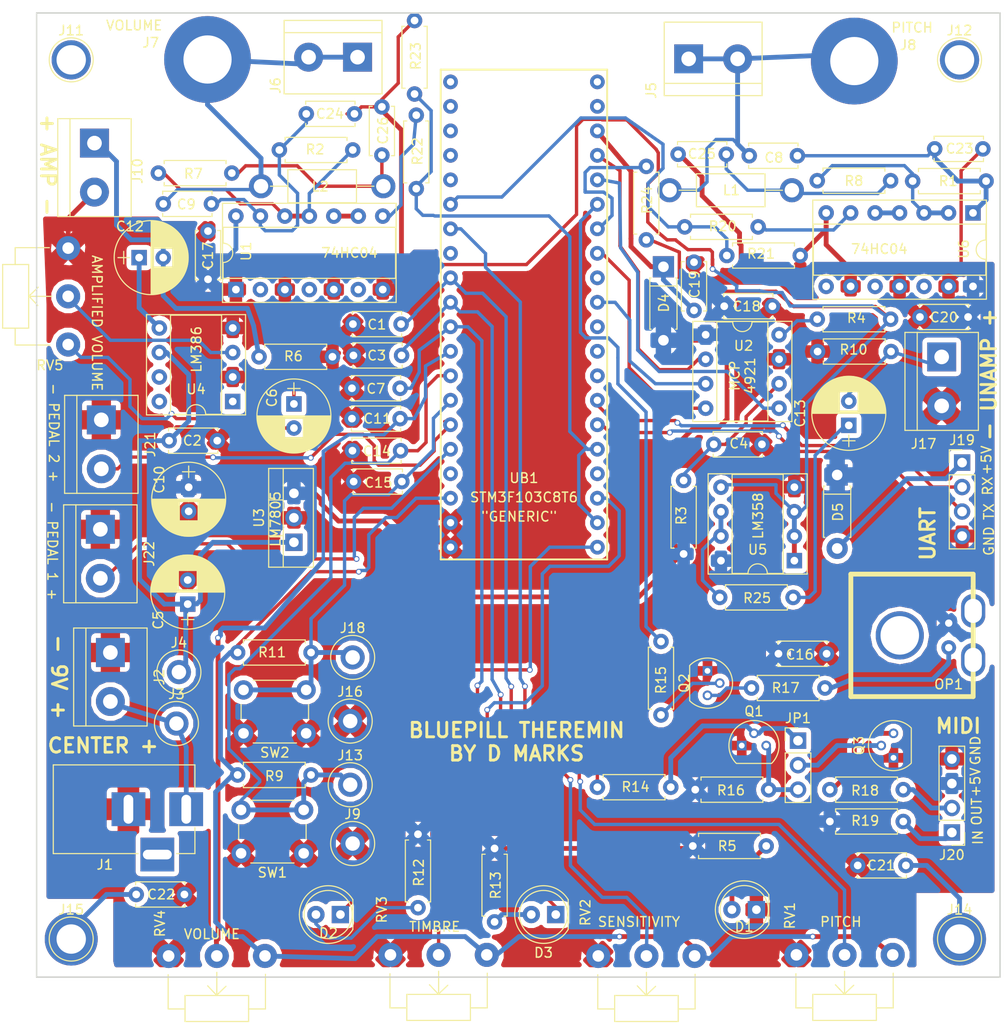
<source format=kicad_pcb>
(kicad_pcb (version 4) (host pcbnew 4.0.7)
  (layers (0 F.Cu signal) (31 B.Cu signal) (34 B.Paste user) (35 F.Paste user) (36 B.SilkS user) (37 F.SilkS user) (38 B.Mask user) (39 F.Mask user) (44 Edge.Cuts user))
  (net 0 "")
  (net 1 PITCHSIG)
  (net 2 GND)
  (net 3 +9V)
  (net 4 SENS)
  (net 5 "Net-(C4-Pad2)")
  (net 6 "Net-(C6-Pad1)")
  (net 7 "Net-(C13-Pad2)")
  (net 8 TIMBRE)
  (net 9 "Net-(C8-Pad2)")
  (net 10 "Net-(C9-Pad2)")
  (net 11 +5V)
  (net 12 VOLUME)
  (net 13 "Net-(C12-Pad1)")
  (net 14 "Net-(C12-Pad2)")
  (net 15 "Net-(C13-Pad1)")
  (net 16 BUTTON1)
  (net 17 BUTTON2)
  (net 18 "Net-(C19-Pad1)")
  (net 19 "Net-(D1-Pad2)")
  (net 20 LED1)
  (net 21 "Net-(D2-Pad2)")
  (net 22 LED2)
  (net 23 "Net-(D3-Pad2)")
  (net 24 "Net-(D5-Pad2)")
  (net 25 "Net-(J1-Pad1)")
  (net 26 "Net-(JP1-Pad1)")
  (net 27 "Net-(JP1-Pad2)")
  (net 28 "Net-(JP1-Pad3)")
  (net 29 "Net-(OP1-Pad1)")
  (net 30 "Net-(Q2-Pad2)")
  (net 31 "Net-(Q2-Pad3)")
  (net 32 "Net-(Q3-Pad3)")
  (net 33 "Net-(R1-Pad1)")
  (net 34 "Net-(R2-Pad1)")
  (net 35 VOLSIG)
  (net 36 +3V3)
  (net 37 MIDIOUT)
  (net 38 INTLED)
  (net 39 "Net-(J20-Pad2)")
  (net 40 "Net-(J20-Pad1)")
  (net 41 DACLATCH)
  (net 42 ADCS)
  (net 43 SCK)
  (net 44 MOSI1)
  (net 45 "Net-(J19-Pad2)")
  (net 46 "Net-(J19-Pad3)")
  (net 47 "Net-(R20-Pad1)")
  (net 48 "Net-(R22-Pad1)")
  (net 49 "Net-(C6-Pad2)")
  (net 50 "Net-(RV5-Pad2)")
  (net 51 "Net-(J21-Pad2)")
  (net 52 "Net-(J22-Pad2)")
  (net 53 PITCH)
  (net 54 "Net-(C21-Pad2)")
  (net 55 "Net-(C22-Pad2)")
  (net 56 "Net-(R4-Pad1)")
  (net 57 ALTSIG)
  (net 58 "Net-(R25-Pad1)")
  (net 59 "Net-(C23-Pad1)")
  (net 60 "Net-(C24-Pad1)")
  (net 61 "Net-(C25-Pad2)")
  (net 62 "Net-(C26-Pad2)")
  (net 63 "Net-(U1-Pad10)")
  (net 64 "Net-(U6-Pad4)")
  (module Housings_DIP:DIP-14_W7.62mm_Socket (layer F.Cu) (at 147.193 70.739 270)
    (fp_text reference U6 (at 3.7465 0.9525 270) (layer F.SilkS))
    (fp_text value 74HC04)
    (pad 1 thru_hole rect (at 0 0 270) (size 1.6 1.6) (drill 0.8) (layers *.Cu *.Mask) (net 59 "Net-(C23-Pad1)"))
    (pad 8 thru_hole oval (at 7.62 15.24 270) (size 1.6 1.6) (drill 0.8) (layers *.Cu *.Mask))
    (pad 2 thru_hole oval (at 0 2.54 270) (size 1.6 1.6) (drill 0.8) (layers *.Cu *.Mask) (net 33 "Net-(R1-Pad1)"))
    (pad 9 thru_hole oval (at 7.62 12.7 270) (size 1.6 1.6) (drill 0.8) (layers *.Cu *.Mask) (net 2 GND))
    (pad 3 thru_hole oval (at 0 5.08 270) (size 1.6 1.6) (drill 0.8) (layers *.Cu *.Mask) (net 33 "Net-(R1-Pad1)"))
    (pad 10 thru_hole oval (at 7.62 10.16 270) (size 1.6 1.6) (drill 0.8) (layers *.Cu *.Mask))
    (pad 4 thru_hole oval (at 0 7.62 270) (size 1.6 1.6) (drill 0.8) (layers *.Cu *.Mask) (net 64 "Net-(U6-Pad4)"))
    (pad 11 thru_hole oval (at 7.62 7.62 270) (size 1.6 1.6) (drill 0.8) (layers *.Cu *.Mask) (net 2 GND))
    (pad 5 thru_hole oval (at 0 10.16 270) (size 1.6 1.6) (drill 0.8) (layers *.Cu *.Mask) (net 64 "Net-(U6-Pad4)"))
    (pad 12 thru_hole oval (at 7.62 5.08 270) (size 1.6 1.6) (drill 0.8) (layers *.Cu *.Mask))
    (pad 6 thru_hole oval (at 0 12.7 270) (size 1.6 1.6) (drill 0.8) (layers *.Cu *.Mask) (net 47 "Net-(R20-Pad1)"))
    (pad 13 thru_hole oval (at 7.62 2.54 270) (size 1.6 1.6) (drill 0.8) (layers *.Cu *.Mask) (net 2 GND))
    (pad 7 thru_hole oval (at 0 15.24 270) (size 1.6 1.6) (drill 0.8) (layers *.Cu *.Mask) (net 2 GND))
    (pad 14 thru_hole oval (at 7.62 0 270) (size 1.6 1.6) (drill 0.8) (layers *.Cu *.Mask) (net 11 +5V))
  )
  (module Capacitors_THT:C_Disc_D5.0mm_W2.5mm_P5.00mm (layer F.Cu) (at 128.9685 64.8081 180)
    (fp_text reference C8 (at 2.4384 -0.2032 180) (layer F.SilkS))
    (fp_text value "100 pF")
    (pad 1 thru_hole circle (at 0 0 180) (size 1.6 1.6) (drill 0.8) (layers *.Cu *.Mask) (net 59 "Net-(C23-Pad1)"))
    (pad 2 thru_hole circle (at 5 0 180) (size 1.6 1.6) (drill 0.8) (layers *.Cu *.Mask) (net 9 "Net-(C8-Pad2)"))
  )
  (module Housings_DIP:DIP-14_W7.62mm_Socket (layer F.Cu) (at 70.6882 78.6892 90)
    (fp_text reference U1 (at 3.9624 1.0668 90) (layer F.SilkS))
    (fp_text value 74HC04)
    (pad 1 thru_hole rect (at 0 0 90) (size 1.6 1.6) (drill 0.8) (layers *.Cu *.Mask) (net 2 GND))
    (pad 8 thru_hole oval (at 7.62 15.24 90) (size 1.6 1.6) (drill 0.8) (layers *.Cu *.Mask) (net 48 "Net-(R22-Pad1)"))
    (pad 2 thru_hole oval (at 0 2.54 90) (size 1.6 1.6) (drill 0.8) (layers *.Cu *.Mask))
    (pad 9 thru_hole oval (at 7.62 12.7 90) (size 1.6 1.6) (drill 0.8) (layers *.Cu *.Mask) (net 63 "Net-(U1-Pad10)"))
    (pad 3 thru_hole oval (at 0 5.08 90) (size 1.6 1.6) (drill 0.8) (layers *.Cu *.Mask) (net 2 GND))
    (pad 10 thru_hole oval (at 7.62 10.16 90) (size 1.6 1.6) (drill 0.8) (layers *.Cu *.Mask) (net 63 "Net-(U1-Pad10)"))
    (pad 4 thru_hole oval (at 0 7.62 90) (size 1.6 1.6) (drill 0.8) (layers *.Cu *.Mask))
    (pad 11 thru_hole oval (at 7.62 7.62 90) (size 1.6 1.6) (drill 0.8) (layers *.Cu *.Mask) (net 34 "Net-(R2-Pad1)"))
    (pad 5 thru_hole oval (at 0 10.16 90) (size 1.6 1.6) (drill 0.8) (layers *.Cu *.Mask) (net 2 GND))
    (pad 12 thru_hole oval (at 7.62 5.08 90) (size 1.6 1.6) (drill 0.8) (layers *.Cu *.Mask) (net 34 "Net-(R2-Pad1)"))
    (pad 6 thru_hole oval (at 0 12.7 90) (size 1.6 1.6) (drill 0.8) (layers *.Cu *.Mask))
    (pad 13 thru_hole oval (at 7.62 2.54 90) (size 1.6 1.6) (drill 0.8) (layers *.Cu *.Mask) (net 60 "Net-(C24-Pad1)"))
    (pad 7 thru_hole oval (at 0 15.24 90) (size 1.6 1.6) (drill 0.8) (layers *.Cu *.Mask) (net 2 GND))
    (pad 14 thru_hole oval (at 7.62 0 90) (size 1.6 1.6) (drill 0.8) (layers *.Cu *.Mask) (net 11 +5V))
  )
  (module Resistors_THT:R_Axial_DIN0207_L6.3mm_D2.5mm_P7.62mm_Horizontal (layer F.Cu) (at 89.408 60.60186 270)
    (fp_text reference R22 (at 3.7465 -0.127 270) (layer F.SilkS))
    (fp_text value 1k)
    (pad 1 thru_hole circle (at 0 0 270) (size 1.6 1.6) (drill 0.8) (layers *.Cu *.Mask) (net 48 "Net-(R22-Pad1)"))
    (pad 2 thru_hole oval (at 7.62 0 270) (size 1.6 1.6) (drill 0.8) (layers *.Cu *.Mask) (net 35 VOLSIG))
  )
  (module Resistors_THT:R_Axial_DIN0207_L6.3mm_D2.5mm_P7.62mm_Horizontal (layer F.Cu) (at 82.8167 64.2112 180)
    (fp_text reference R2 (at 3.9116 0.05588 180) (layer F.SilkS))
    (fp_text value 2.2M)
    (pad 1 thru_hole circle (at 0 0 180) (size 1.6 1.6) (drill 0.8) (layers *.Cu *.Mask) (net 34 "Net-(R2-Pad1)"))
    (pad 2 thru_hole oval (at 7.62 0 180) (size 1.6 1.6) (drill 0.8) (layers *.Cu *.Mask) (net 60 "Net-(C24-Pad1)"))
  )
  (module Housings_DIP:DIP-8_W7.62mm_Socket (layer F.Cu) (at 128.651 106.807 180)
    (fp_text reference U5 (at 3.81 1.143 180) (layer F.SilkS))
    (fp_text value LM358)
    (pad 1 thru_hole rect (at 0 0 180) (size 1.6 1.6) (drill 0.8) (layers *.Cu *.Mask) (net 6 "Net-(C6-Pad1)"))
    (pad 5 thru_hole oval (at 7.62 7.62 180) (size 1.6 1.6) (drill 0.8) (layers *.Cu *.Mask) (net 6 "Net-(C6-Pad1)"))
    (pad 2 thru_hole oval (at 0 2.54 180) (size 1.6 1.6) (drill 0.8) (layers *.Cu *.Mask) (net 6 "Net-(C6-Pad1)"))
    (pad 6 thru_hole oval (at 7.62 5.08 180) (size 1.6 1.6) (drill 0.8) (layers *.Cu *.Mask) (net 58 "Net-(R25-Pad1)"))
    (pad 3 thru_hole oval (at 0 5.08 180) (size 1.6 1.6) (drill 0.8) (layers *.Cu *.Mask) (net 6 "Net-(C6-Pad1)"))
    (pad 7 thru_hole oval (at 7.62 2.54 180) (size 1.6 1.6) (drill 0.8) (layers *.Cu *.Mask) (net 58 "Net-(R25-Pad1)"))
    (pad 4 thru_hole oval (at 0 7.62 180) (size 1.6 1.6) (drill 0.8) (layers *.Cu *.Mask) (net 2 GND))
    (pad 8 thru_hole oval (at 7.62 0 180) (size 1.6 1.6) (drill 0.8) (layers *.Cu *.Mask) (net 11 +5V))
  )
  (module Resistors_THT:R_Axial_DIN0207_L6.3mm_D2.5mm_P7.62mm_Horizontal (layer F.Cu) (at 89.2302 58.4073 90)
    (fp_text reference R23 (at 3.937 0.127 90) (layer F.SilkS))
    (fp_text value 1.8k)
    (pad 1 thru_hole circle (at 0 0 90) (size 1.6 1.6) (drill 0.8) (layers *.Cu *.Mask) (net 35 VOLSIG))
    (pad 2 thru_hole oval (at 7.62 0 90) (size 1.6 1.6) (drill 0.8) (layers *.Cu *.Mask) (net 2 GND))
  )
  (module Capacitors_THT:C_Disc_D5.0mm_W2.5mm_P5.00mm (layer F.Cu) (at 87.8332 82.2706 180)
    (fp_text reference C1 (at 2.5146 -0.0508 180) (layer F.SilkS))
    (fp_text value "100 nF")
    (pad 1 thru_hole circle (at 0 0 180) (size 1.6 1.6) (drill 0.8) (layers *.Cu *.Mask) (net 53 PITCH))
    (pad 2 thru_hole circle (at 5 0 180) (size 1.6 1.6) (drill 0.8) (layers *.Cu *.Mask) (net 2 GND))
  )
  (module Capacitors_THT:C_Disc_D5.0mm_W2.5mm_P5.00mm (layer F.Cu) (at 63.754 94.361)
    (fp_text reference C2 (at 2.413 0) (layer F.SilkS))
    (fp_text value "100 nF")
    (pad 1 thru_hole circle (at 0 0) (size 1.6 1.6) (drill 0.8) (layers *.Cu *.Mask) (net 3 +9V))
    (pad 2 thru_hole circle (at 5 0) (size 1.6 1.6) (drill 0.8) (layers *.Cu *.Mask) (net 2 GND))
  )
  (module Capacitors_THT:C_Disc_D5.0mm_W2.5mm_P5.00mm (layer F.Cu) (at 87.884 85.5218 180)
    (fp_text reference C3 (at 2.5781 -0.01016 180) (layer F.SilkS))
    (fp_text value "100 nF")
    (pad 1 thru_hole circle (at 0 0 180) (size 1.6 1.6) (drill 0.8) (layers *.Cu *.Mask) (net 4 SENS))
    (pad 2 thru_hole circle (at 5 0 180) (size 1.6 1.6) (drill 0.8) (layers *.Cu *.Mask) (net 2 GND))
  )
  (module Capacitors_THT:C_Disc_D5.0mm_W2.5mm_P5.00mm (layer F.Cu) (at 125.2855 94.742 180)
    (fp_text reference C4 (at 2.4003 0.0889 180) (layer F.SilkS))
    (fp_text value "100 nF")
    (pad 1 thru_hole circle (at 0 0 180) (size 1.6 1.6) (drill 0.8) (layers *.Cu *.Mask) (net 2 GND))
    (pad 2 thru_hole circle (at 5 0 180) (size 1.6 1.6) (drill 0.8) (layers *.Cu *.Mask) (net 5 "Net-(C4-Pad2)"))
  )
  (module Capacitors_THT:CP_Radial_D7.5mm_P2.50mm (layer F.Cu) (at 65.68694 111.31296 90)
    (fp_text reference C5 (at -1.6637 -3.0607 90) (layer F.SilkS))
    (fp_text value "100 uF")
    (pad 1 thru_hole rect (at 0 0 90) (size 1.6 1.6) (drill 0.8) (layers *.Cu *.Mask) (net 3 +9V))
    (pad 2 thru_hole circle (at 2.5 0 90) (size 1.6 1.6) (drill 0.8) (layers *.Cu *.Mask) (net 2 GND))
  )
  (module Capacitors_THT:CP_Radial_D7.5mm_P2.50mm (layer F.Cu) (at 76.708 90.551 270)
    (fp_text reference C6 (at -0.635 2.286 270) (layer F.SilkS))
    (fp_text value "10 uF")
    (pad 1 thru_hole rect (at 0 0 270) (size 1.6 1.6) (drill 0.8) (layers *.Cu *.Mask) (net 6 "Net-(C6-Pad1)"))
    (pad 2 thru_hole circle (at 2.5 0 270) (size 1.6 1.6) (drill 0.8) (layers *.Cu *.Mask) (net 49 "Net-(C6-Pad2)"))
  )
  (module Capacitors_THT:C_Disc_D5.0mm_W2.5mm_P5.00mm (layer F.Cu) (at 87.7316 88.9254 180)
    (fp_text reference C7 (at 2.5146 -0.0508 180) (layer F.SilkS))
    (fp_text value "100 nF")
    (pad 1 thru_hole circle (at 0 0 180) (size 1.6 1.6) (drill 0.8) (layers *.Cu *.Mask) (net 8 TIMBRE))
    (pad 2 thru_hole circle (at 5 0 180) (size 1.6 1.6) (drill 0.8) (layers *.Cu *.Mask) (net 2 GND))
  )
  (module Capacitors_THT:C_Disc_D5.0mm_W2.5mm_P5.00mm (layer F.Cu) (at 68.1482 69.7992 180)
    (fp_text reference C9 (at 2.6162 -0.0508 180) (layer F.SilkS))
    (fp_text value "100 pF")
    (pad 1 thru_hole circle (at 0 0 180) (size 1.6 1.6) (drill 0.8) (layers *.Cu *.Mask) (net 60 "Net-(C24-Pad1)"))
    (pad 2 thru_hole circle (at 5 0 180) (size 1.6 1.6) (drill 0.8) (layers *.Cu *.Mask) (net 10 "Net-(C9-Pad2)"))
  )
  (module Capacitors_THT:CP_Radial_D7.5mm_P2.50mm (layer F.Cu) (at 65.786 99.187 270)
    (fp_text reference C10 (at -0.7874 3.048 270) (layer F.SilkS))
    (fp_text value "100 uF")
    (pad 1 thru_hole rect (at 0 0 270) (size 1.6 1.6) (drill 0.8) (layers *.Cu *.Mask) (net 11 +5V))
    (pad 2 thru_hole circle (at 2.5 0 270) (size 1.6 1.6) (drill 0.8) (layers *.Cu *.Mask) (net 2 GND))
  )
  (module Capacitors_THT:C_Disc_D5.0mm_W2.5mm_P5.00mm (layer F.Cu) (at 87.7316 92.075 180)
    (fp_text reference C11 (at 2.3495 0 180) (layer F.SilkS))
    (fp_text value "100 nF")
    (pad 1 thru_hole circle (at 0 0 180) (size 1.6 1.6) (drill 0.8) (layers *.Cu *.Mask) (net 12 VOLUME))
    (pad 2 thru_hole circle (at 5 0 180) (size 1.6 1.6) (drill 0.8) (layers *.Cu *.Mask) (net 2 GND))
  )
  (module Capacitors_THT:CP_Radial_D7.5mm_P2.50mm (layer F.Cu) (at 60.6425 75.3745)
    (fp_text reference C12 (at -0.94996 -3.24104) (layer F.SilkS))
    (fp_text value "220 uF")
    (pad 1 thru_hole rect (at 0 0) (size 1.6 1.6) (drill 0.8) (layers *.Cu *.Mask) (net 13 "Net-(C12-Pad1)"))
    (pad 2 thru_hole circle (at 2.5 0) (size 1.6 1.6) (drill 0.8) (layers *.Cu *.Mask) (net 14 "Net-(C12-Pad2)"))
  )
  (module Capacitors_THT:CP_Radial_D7.5mm_P2.50mm (layer F.Cu) (at 134.3025 92.7735 90)
    (fp_text reference C13 (at 1.25 -5.06 90) (layer F.SilkS))
    (fp_text value "220 uF")
    (pad 1 thru_hole rect (at 0 0 90) (size 1.6 1.6) (drill 0.8) (layers *.Cu *.Mask) (net 15 "Net-(C13-Pad1)"))
    (pad 2 thru_hole circle (at 2.5 0 90) (size 1.6 1.6) (drill 0.8) (layers *.Cu *.Mask) (net 7 "Net-(C13-Pad2)"))
  )
  (module Capacitors_THT:C_Disc_D5.0mm_W2.5mm_P5.00mm (layer F.Cu) (at 87.7824 95.4024 180)
    (fp_text reference C14 (at 2.46126 -0.05588 180) (layer F.SilkS))
    (fp_text value "100 nF")
    (pad 1 thru_hole circle (at 0 0 180) (size 1.6 1.6) (drill 0.8) (layers *.Cu *.Mask) (net 16 BUTTON1))
    (pad 2 thru_hole circle (at 5 0 180) (size 1.6 1.6) (drill 0.8) (layers *.Cu *.Mask) (net 2 GND))
  )
  (module Capacitors_THT:C_Disc_D5.0mm_W2.5mm_P5.00mm (layer F.Cu) (at 87.9094 98.6028 180)
    (fp_text reference C15 (at 2.4257 -0.1143 180) (layer F.SilkS))
    (fp_text value "100 nF")
    (pad 1 thru_hole circle (at 0 0 180) (size 1.6 1.6) (drill 0.8) (layers *.Cu *.Mask) (net 17 BUTTON2))
    (pad 2 thru_hole circle (at 5 0 180) (size 1.6 1.6) (drill 0.8) (layers *.Cu *.Mask) (net 2 GND))
  )
  (module Capacitors_THT:C_Disc_D5.0mm_W2.5mm_P5.00mm (layer F.Cu) (at 127 116.459)
    (fp_text reference C16 (at 2.2098 0.0889) (layer F.SilkS))
    (fp_text value "100 nF")
    (pad 1 thru_hole circle (at 0 0) (size 1.6 1.6) (drill 0.8) (layers *.Cu *.Mask) (net 11 +5V))
    (pad 2 thru_hole circle (at 5 0) (size 1.6 1.6) (drill 0.8) (layers *.Cu *.Mask) (net 2 GND))
  )
  (module Capacitors_THT:C_Disc_D5.0mm_W2.5mm_P5.00mm (layer F.Cu) (at 67.7926 77.6224 90)
    (fp_text reference C17 (at 2.4511 0 90) (layer F.SilkS))
    (fp_text value "100 nF")
    (pad 1 thru_hole circle (at 0 0 90) (size 1.6 1.6) (drill 0.8) (layers *.Cu *.Mask) (net 11 +5V))
    (pad 2 thru_hole circle (at 5 0 90) (size 1.6 1.6) (drill 0.8) (layers *.Cu *.Mask) (net 2 GND))
  )
  (module Capacitors_THT:C_Disc_D5.0mm_W2.5mm_P5.00mm (layer F.Cu) (at 121.3739 80.4164)
    (fp_text reference C18 (at 2.3368 0.0254) (layer F.SilkS))
    (fp_text value "100 nF")
    (pad 1 thru_hole circle (at 0 0) (size 1.6 1.6) (drill 0.8) (layers *.Cu *.Mask) (net 11 +5V))
    (pad 2 thru_hole circle (at 5 0) (size 1.6 1.6) (drill 0.8) (layers *.Cu *.Mask) (net 2 GND))
  )
  (module Capacitors_THT:C_Disc_D5.0mm_W2.5mm_P5.00mm (layer F.Cu) (at 118.237 80.8482 90)
    (fp_text reference C19 (at 2.7051 0.0635 90) (layer F.SilkS))
    (fp_text value "100 nF")
    (pad 1 thru_hole circle (at 0 0 90) (size 1.6 1.6) (drill 0.8) (layers *.Cu *.Mask) (net 18 "Net-(C19-Pad1)"))
    (pad 2 thru_hole circle (at 5 0 90) (size 1.6 1.6) (drill 0.8) (layers *.Cu *.Mask) (net 2 GND))
  )
  (module LEDs:LED_D5.0mm (layer F.Cu) (at 124.714 143.002 180)
    (fp_text reference D1 (at 1.27 -1.778 180) (layer F.SilkS))
    (fp_text value LED)
    (pad 1 thru_hole rect (at 0 0 180) (size 1.8 1.8) (drill 0.9) (layers *.Cu *.Mask) (net 2 GND))
    (pad 2 thru_hole circle (at 2.54 0 180) (size 1.8 1.8) (drill 0.9) (layers *.Cu *.Mask) (net 19 "Net-(D1-Pad2)"))
  )
  (module LEDs:LED_D5.0mm (layer F.Cu) (at 81.534 143.51 180)
    (fp_text reference D2 (at 1.2446 -1.9304 180) (layer F.SilkS))
    (fp_text value LED)
    (pad 1 thru_hole rect (at 0 0 180) (size 1.8 1.8) (drill 0.9) (layers *.Cu *.Mask) (net 20 LED1))
    (pad 2 thru_hole circle (at 2.54 0 180) (size 1.8 1.8) (drill 0.9) (layers *.Cu *.Mask) (net 21 "Net-(D2-Pad2)"))
  )
  (module LEDs:LED_D5.0mm (layer F.Cu) (at 103.886 143.51 180)
    (fp_text reference D3 (at 1.27 -3.96 180) (layer F.SilkS))
    (fp_text value LED)
    (pad 1 thru_hole rect (at 0 0 180) (size 1.8 1.8) (drill 0.9) (layers *.Cu *.Mask) (net 22 LED2))
    (pad 2 thru_hole circle (at 2.54 0 180) (size 1.8 1.8) (drill 0.9) (layers *.Cu *.Mask) (net 23 "Net-(D3-Pad2)"))
  )
  (module Diodes_THT:D_DO-41_SOD81_P7.62mm_Horizontal (layer F.Cu) (at 115.062 76.327 270)
    (fp_text reference D4 (at 3.7465 -0.0508 270) (layer F.SilkS))
    (fp_text value 1N5819)
    (pad 1 thru_hole rect (at 0 0 270) (size 2.2 2.2) (drill 1.1) (layers *.Cu *.Mask) (net 18 "Net-(C19-Pad1)"))
    (pad 2 thru_hole oval (at 7.62 0 270) (size 2.2 2.2) (drill 1.1) (layers *.Cu *.Mask) (net 11 +5V))
  )
  (module Diodes_THT:D_DO-41_SOD81_P7.62mm_Horizontal (layer F.Cu) (at 133.096 97.917 270)
    (fp_text reference D5 (at 3.8481 -0.0762 270) (layer F.SilkS))
    (fp_text value 1N5819)
    (pad 1 thru_hole rect (at 0 0 270) (size 2.2 2.2) (drill 1.1) (layers *.Cu *.Mask) (net 11 +5V))
    (pad 2 thru_hole oval (at 7.62 0 270) (size 2.2 2.2) (drill 1.1) (layers *.Cu *.Mask) (net 24 "Net-(D5-Pad2)"))
  )
  (module Connectors:BARREL_JACK (layer F.Cu) (at 65.532 132.588)
    (fp_text reference J1 (at -8.45 5.75 180) (layer F.SilkS))
    (fp_text value Barrel_Jack)
    (pad 1 thru_hole rect (at 0 0) (size 3.5 3.5) (drill oval 1 3) (layers *.Cu *.Mask) (net 25 "Net-(J1-Pad1)"))
    (pad 2 thru_hole rect (at -6 0) (size 3.5 3.5) (drill oval 1 3) (layers *.Cu *.Mask) (net 2 GND))
    (pad 3 thru_hole rect (at -3 4.7) (size 3.5 3.5) (drill oval 3 1) (layers *.Cu *.Mask))
  )
  (module Connectors_Terminal_Blocks:TerminalBlock_bornier-2_P5.08mm (layer F.Cu) (at 57.658 116.332 270)
    (fp_text reference J2 (at 2.54 -5.08 270) (layer F.SilkS))
    (fp_text value Conn_01x02)
    (pad 1 thru_hole rect (at 0 0 270) (size 3 3) (drill 1.52) (layers *.Cu *.Mask) (net 2 GND))
    (pad 2 thru_hole circle (at 5.08 0 270) (size 3 3) (drill 1.52) (layers *.Cu *.Mask) (net 25 "Net-(J1-Pad1)"))
  )
  (module Connectors:1pin (layer F.Cu) (at 64.516 123.698)
    (fp_text reference J3 (at 0 -3.048) (layer F.SilkS))
    (fp_text value Conn_01x01)
    (pad 1 thru_hole circle (at 0 0) (size 2.5 2.5) (drill 1.5) (layers *.Cu *.Mask) (net 25 "Net-(J1-Pad1)"))
  )
  (module Connectors:1pin (layer F.Cu) (at 64.77 118.364)
    (fp_text reference J4 (at 0 -3.048) (layer F.SilkS))
    (fp_text value Conn_01x01)
    (pad 1 thru_hole circle (at 0 0) (size 2.5 2.5) (drill 1.5) (layers *.Cu *.Mask) (net 3 +9V))
  )
  (module Connectors:1pin (layer F.Cu) (at 67.7418 54.8259)
    (fp_text reference J7 (at -5.8928 -1.7399) (layer F.SilkS))
    (fp_text value Conn_01x01)
    (pad 1 thru_hole circle (at 0 0) (size 9 9) (drill 5) (layers *.Cu *.Mask) (net 10 "Net-(C9-Pad2)"))
  )
  (module Connectors:1pin (layer F.Cu) (at 134.874 54.991)
    (fp_text reference J8 (at 5.588 -1.651) (layer F.SilkS))
    (fp_text value Conn_01x01)
    (pad 1 thru_hole circle (at 0 0) (size 9 9) (drill 5) (layers *.Cu *.Mask) (net 9 "Net-(C8-Pad2)"))
  )
  (module Connectors:1pin (layer F.Cu) (at 82.804 136.144)
    (fp_text reference J9 (at 0 -3.048) (layer F.SilkS))
    (fp_text value Conn_01x01)
    (pad 1 thru_hole circle (at 0 0) (size 2.5 2.5) (drill 1.5) (layers *.Cu *.Mask) (net 2 GND))
  )
  (module Connectors:1pin (layer F.Cu) (at 53.594 54.864)
    (fp_text reference J11 (at 0 -3.048) (layer F.SilkS))
    (fp_text value Conn_01x01)
    (pad 1 thru_hole circle (at 0 0) (size 4.064 4.064) (drill 3.048) (layers *.Cu *.Mask))
  )
  (module Connectors:1pin (layer F.Cu) (at 145.796 54.864)
    (fp_text reference J12 (at 0 -3.048) (layer F.SilkS))
    (fp_text value Conn_01x01)
    (pad 1 thru_hole circle (at 0 0) (size 4.064 4.064) (drill 3.048) (layers *.Cu *.Mask))
  )
  (module Connectors:1pin (layer F.Cu) (at 82.55 130.048)
    (fp_text reference J13 (at 0 -3.048) (layer F.SilkS))
    (fp_text value Conn_01x01)
    (pad 1 thru_hole circle (at 0 0) (size 2.5 2.5) (drill 1.5) (layers *.Cu *.Mask) (net 16 BUTTON1))
  )
  (module Connectors:1pin (layer F.Cu) (at 145.796 146.05)
    (fp_text reference J14 (at 0 -3.048) (layer F.SilkS))
    (fp_text value Conn_01x01)
    (pad 1 thru_hole circle (at 0 0) (size 5.5 5.5) (drill 3.048) (layers *.Cu *.Mask) (net 54 "Net-(C21-Pad2)"))
  )
  (module Connectors:1pin (layer F.Cu) (at 53.594 146.05)
    (fp_text reference J15 (at 0 -3.048) (layer F.SilkS))
    (fp_text value Conn_01x01)
    (pad 1 thru_hole circle (at 0 0) (size 5.5 5.5) (drill 3.048) (layers *.Cu *.Mask) (net 55 "Net-(C22-Pad2)"))
  )
  (module Connectors:1pin (layer F.Cu) (at 82.55 123.444)
    (fp_text reference J16 (at 0 -3.048) (layer F.SilkS))
    (fp_text value Conn_01x01)
    (pad 1 thru_hole circle (at 0 0) (size 2.5 2.5) (drill 1.5) (layers *.Cu *.Mask) (net 2 GND))
  )
  (module Connectors:1pin (layer F.Cu) (at 82.804 116.84)
    (fp_text reference J18 (at 0 -3.048) (layer F.SilkS))
    (fp_text value Conn_01x01)
    (pad 1 thru_hole circle (at 0 0) (size 2.5 2.5) (drill 1.5) (layers *.Cu *.Mask) (net 17 BUTTON2))
  )
  (module Pin_Headers:Pin_Header_Straight_1x03_Pitch2.54mm (layer F.Cu) (at 129.032 125.476)
    (fp_text reference JP1 (at 0 -2.33) (layer F.SilkS))
    (fp_text value Jumper_NC_Dual)
    (pad 1 thru_hole rect (at 0 0) (size 1.7 1.7) (drill 1) (layers *.Cu *.Mask) (net 26 "Net-(JP1-Pad1)"))
    (pad 2 thru_hole oval (at 0 2.54) (size 1.7 1.7) (drill 1) (layers *.Cu *.Mask) (net 27 "Net-(JP1-Pad2)"))
    (pad 3 thru_hole oval (at 0 5.08) (size 1.7 1.7) (drill 1) (layers *.Cu *.Mask) (net 28 "Net-(JP1-Pad3)"))
  )
  (module MCTheremin:IFE97 (layer F.Cu) (at 144.67332 114.554)
    (fp_text reference OP1 (at 0 5.08) (layer F.SilkS))
    (fp_text value IFE97)
    (pad 4 thru_hole oval (at 2.54 -2.54) (size 2.5 3.5) (drill oval 1.8 2.5) (layers *.Cu *.Mask))
    (pad 1 thru_hole circle (at 0 1.27) (size 1.524 1.524) (drill 0.762) (layers *.Cu *.Mask) (net 29 "Net-(OP1-Pad1)"))
    (pad 2 thru_hole circle (at 0 -1.27) (size 1.524 1.524) (drill 0.762) (layers *.Cu *.Mask) (net 11 +5V))
    (pad 4 thru_hole oval (at 2.54 2.54) (size 2.5 3.5) (drill oval 1.8 2.5) (layers *.Cu *.Mask))
    (pad 5 thru_hole oval (at -5.08 0) (size 5 5) (drill oval 4) (layers *.Cu *.Mask))
  )
  (module TO_SOT_Packages_THT:TO-92_Molded_Narrow (layer F.Cu) (at 123.19 125.984)
    (fp_text reference Q1 (at 1.27 -3.556) (layer F.SilkS))
    (fp_text value 2N3904)
    (pad 2 thru_hole circle (at 1.27 -1.27 90) (size 1 1) (drill 0.6) (layers *.Cu *.Mask) (net 26 "Net-(JP1-Pad1)"))
    (pad 3 thru_hole circle (at 2.54 0 90) (size 1 1) (drill 0.6) (layers *.Cu *.Mask) (net 28 "Net-(JP1-Pad3)"))
    (pad 1 thru_hole rect (at 0 0 90) (size 1 1) (drill 0.6) (layers *.Cu *.Mask) (net 2 GND))
  )
  (module TO_SOT_Packages_THT:TO-92_Molded_Narrow (layer F.Cu) (at 119.634 118.237 270)
    (fp_text reference Q2 (at 1.27 2.413 270) (layer F.SilkS))
    (fp_text value 2N3904)
    (pad 2 thru_hole circle (at 1.27 -1.27) (size 1 1) (drill 0.6) (layers *.Cu *.Mask) (net 30 "Net-(Q2-Pad2)"))
    (pad 3 thru_hole circle (at 2.54 0) (size 1 1) (drill 0.6) (layers *.Cu *.Mask) (net 31 "Net-(Q2-Pad3)"))
    (pad 1 thru_hole rect (at 0 0) (size 1 1) (drill 0.6) (layers *.Cu *.Mask) (net 2 GND))
  )
  (module TO_SOT_Packages_THT:TO-92_Molded_Narrow (layer F.Cu) (at 138.938 127.254 90)
    (fp_text reference Q3 (at 1.27 -3.56 90) (layer F.SilkS))
    (fp_text value 2N3904)
    (pad 2 thru_hole circle (at 1.27 -1.27 180) (size 1 1) (drill 0.6) (layers *.Cu *.Mask) (net 27 "Net-(JP1-Pad2)"))
    (pad 3 thru_hole circle (at 2.54 0 180) (size 1 1) (drill 0.6) (layers *.Cu *.Mask) (net 32 "Net-(Q3-Pad3)"))
    (pad 1 thru_hole rect (at 0 0 180) (size 1 1) (drill 0.6) (layers *.Cu *.Mask) (net 2 GND))
  )
  (module Resistors_THT:R_Axial_DIN0207_L6.3mm_D2.5mm_P7.62mm_Horizontal (layer F.Cu) (at 117.1575 98.4885 270)
    (fp_text reference R3 (at 3.6449 0.2413 270) (layer F.SilkS))
    (fp_text value 100k)
    (pad 1 thru_hole circle (at 0 0 270) (size 1.6 1.6) (drill 0.8) (layers *.Cu *.Mask) (net 5 "Net-(C4-Pad2)"))
    (pad 2 thru_hole oval (at 7.62 0 270) (size 1.6 1.6) (drill 0.8) (layers *.Cu *.Mask) (net 11 +5V))
  )
  (module Resistors_THT:R_Axial_DIN0207_L6.3mm_D2.5mm_P7.62mm_Horizontal (layer F.Cu) (at 118.11 136.398)
    (fp_text reference R5 (at 3.5687 0.0127) (layer F.SilkS))
    (fp_text value 1k)
    (pad 1 thru_hole circle (at 0 0) (size 1.6 1.6) (drill 0.8) (layers *.Cu *.Mask) (net 11 +5V))
    (pad 2 thru_hole oval (at 7.62 0) (size 1.6 1.6) (drill 0.8) (layers *.Cu *.Mask) (net 19 "Net-(D1-Pad2)"))
  )
  (module Resistors_THT:R_Axial_DIN0207_L6.3mm_D2.5mm_P7.62mm_Horizontal (layer F.Cu) (at 73.0885 85.6615)
    (fp_text reference R6 (at 3.5687 -0.0508) (layer F.SilkS))
    (fp_text value 10k)
    (pad 1 thru_hole circle (at 0 0) (size 1.6 1.6) (drill 0.8) (layers *.Cu *.Mask) (net 14 "Net-(C12-Pad2)"))
    (pad 2 thru_hole oval (at 7.62 0) (size 1.6 1.6) (drill 0.8) (layers *.Cu *.Mask) (net 2 GND))
  )
  (module Resistors_THT:R_Axial_DIN0207_L6.3mm_D2.5mm_P7.62mm_Horizontal (layer F.Cu) (at 62.64148 66.60896)
    (fp_text reference R7 (at 3.6322 0.0635) (layer F.SilkS))
    (fp_text value 220R)
    (pad 1 thru_hole circle (at 0 0) (size 1.6 1.6) (drill 0.8) (layers *.Cu *.Mask) (net 34 "Net-(R2-Pad1)"))
    (pad 2 thru_hole oval (at 7.62 0) (size 1.6 1.6) (drill 0.8) (layers *.Cu *.Mask) (net 62 "Net-(C26-Pad2)"))
  )
  (module Resistors_THT:R_Axial_DIN0207_L6.3mm_D2.5mm_P7.62mm_Horizontal (layer F.Cu) (at 131.0259 67.3989)
    (fp_text reference R8 (at 3.81 0.0254) (layer F.SilkS))
    (fp_text value 220R)
    (pad 1 thru_hole circle (at 0 0) (size 1.6 1.6) (drill 0.8) (layers *.Cu *.Mask) (net 33 "Net-(R1-Pad1)"))
    (pad 2 thru_hole oval (at 7.62 0) (size 1.6 1.6) (drill 0.8) (layers *.Cu *.Mask) (net 61 "Net-(C25-Pad2)"))
  )
  (module Resistors_THT:R_Axial_DIN0207_L6.3mm_D2.5mm_P7.62mm_Horizontal (layer F.Cu) (at 70.866 129.032)
    (fp_text reference R9 (at 3.81 0.1143) (layer F.SilkS))
    (fp_text value 10k)
    (pad 1 thru_hole circle (at 0 0) (size 1.6 1.6) (drill 0.8) (layers *.Cu *.Mask) (net 36 +3V3))
    (pad 2 thru_hole oval (at 7.62 0) (size 1.6 1.6) (drill 0.8) (layers *.Cu *.Mask) (net 16 BUTTON1))
  )
  (module Resistors_THT:R_Axial_DIN0207_L6.3mm_D2.5mm_P7.62mm_Horizontal (layer F.Cu) (at 70.866 116.332)
    (fp_text reference R11 (at 3.5814 -0.0127) (layer F.SilkS))
    (fp_text value 10k)
    (pad 1 thru_hole circle (at 0 0) (size 1.6 1.6) (drill 0.8) (layers *.Cu *.Mask) (net 36 +3V3))
    (pad 2 thru_hole oval (at 7.62 0) (size 1.6 1.6) (drill 0.8) (layers *.Cu *.Mask) (net 17 BUTTON2))
  )
  (module Resistors_THT:R_Axial_DIN0207_L6.3mm_D2.5mm_P7.62mm_Horizontal (layer F.Cu) (at 89.5858 135.1788 270)
    (fp_text reference R12 (at 3.9751 -0.0889 270) (layer F.SilkS))
    (fp_text value 1k)
    (pad 1 thru_hole circle (at 0 0 270) (size 1.6 1.6) (drill 0.8) (layers *.Cu *.Mask) (net 11 +5V))
    (pad 2 thru_hole oval (at 7.62 0 270) (size 1.6 1.6) (drill 0.8) (layers *.Cu *.Mask) (net 21 "Net-(D2-Pad2)"))
  )
  (module Resistors_THT:R_Axial_DIN0207_L6.3mm_D2.5mm_P7.62mm_Horizontal (layer F.Cu) (at 97.536 136.652 270)
    (fp_text reference R13 (at 3.8227 -0.1143 270) (layer F.SilkS))
    (fp_text value 1k)
    (pad 1 thru_hole circle (at 0 0 270) (size 1.6 1.6) (drill 0.8) (layers *.Cu *.Mask) (net 11 +5V))
    (pad 2 thru_hole oval (at 7.62 0 270) (size 1.6 1.6) (drill 0.8) (layers *.Cu *.Mask) (net 23 "Net-(D3-Pad2)"))
  )
  (module Resistors_THT:R_Axial_DIN0207_L6.3mm_D2.5mm_P7.62mm_Horizontal (layer F.Cu) (at 115.824 130.302 180)
    (fp_text reference R14 (at 3.6576 0.0254 180) (layer F.SilkS))
    (fp_text value 1k)
    (pad 1 thru_hole circle (at 0 0 180) (size 1.6 1.6) (drill 0.8) (layers *.Cu *.Mask) (net 26 "Net-(JP1-Pad1)"))
    (pad 2 thru_hole oval (at 7.62 0 180) (size 1.6 1.6) (drill 0.8) (layers *.Cu *.Mask) (net 37 MIDIOUT))
  )
  (module Resistors_THT:R_Axial_DIN0207_L6.3mm_D2.5mm_P7.62mm_Horizontal (layer F.Cu) (at 114.808 122.809 90)
    (fp_text reference R15 (at 3.6195 0 90) (layer F.SilkS))
    (fp_text value 1k)
    (pad 1 thru_hole circle (at 0 0 90) (size 1.6 1.6) (drill 0.8) (layers *.Cu *.Mask) (net 30 "Net-(Q2-Pad2)"))
    (pad 2 thru_hole oval (at 7.62 0 90) (size 1.6 1.6) (drill 0.8) (layers *.Cu *.Mask) (net 38 INTLED))
  )
  (module Resistors_THT:R_Axial_DIN0207_L6.3mm_D2.5mm_P7.62mm_Horizontal (layer F.Cu) (at 118.364 130.556)
    (fp_text reference R16 (at 3.7084 0.0762) (layer F.SilkS))
    (fp_text value 10k)
    (pad 1 thru_hole circle (at 0 0) (size 1.6 1.6) (drill 0.8) (layers *.Cu *.Mask) (net 11 +5V))
    (pad 2 thru_hole oval (at 7.62 0) (size 1.6 1.6) (drill 0.8) (layers *.Cu *.Mask) (net 28 "Net-(JP1-Pad3)"))
  )
  (module Resistors_THT:R_Axial_DIN0207_L6.3mm_D2.5mm_P7.62mm_Horizontal (layer F.Cu) (at 124.206 120.015)
    (fp_text reference R17 (at 3.5433 -0.0127) (layer F.SilkS))
    (fp_text value 100R)
    (pad 1 thru_hole circle (at 0 0) (size 1.6 1.6) (drill 0.8) (layers *.Cu *.Mask) (net 31 "Net-(Q2-Pad3)"))
    (pad 2 thru_hole oval (at 7.62 0) (size 1.6 1.6) (drill 0.8) (layers *.Cu *.Mask) (net 29 "Net-(OP1-Pad1)"))
  )
  (module Resistors_THT:R_Axial_DIN0207_L6.3mm_D2.5mm_P7.62mm_Horizontal (layer F.Cu) (at 132.334 130.556)
    (fp_text reference R18 (at 3.6576 0.1016) (layer F.SilkS))
    (fp_text value 220R)
    (pad 1 thru_hole circle (at 0 0) (size 1.6 1.6) (drill 0.8) (layers *.Cu *.Mask) (net 32 "Net-(Q3-Pad3)"))
    (pad 2 thru_hole oval (at 7.62 0) (size 1.6 1.6) (drill 0.8) (layers *.Cu *.Mask) (net 39 "Net-(J20-Pad2)"))
  )
  (module Resistors_THT:R_Axial_DIN0207_L6.3mm_D2.5mm_P7.62mm_Horizontal (layer F.Cu) (at 139.954 133.858 180)
    (fp_text reference R19 (at 3.9497 0.0762 180) (layer F.SilkS))
    (fp_text value 220R)
    (pad 1 thru_hole circle (at 0 0 180) (size 1.6 1.6) (drill 0.8) (layers *.Cu *.Mask) (net 40 "Net-(J20-Pad1)"))
    (pad 2 thru_hole oval (at 7.62 0 180) (size 1.6 1.6) (drill 0.8) (layers *.Cu *.Mask) (net 11 +5V))
  )
  (module Potentiometers:Potentiometer_WirePads (layer F.Cu) (at 138.8618 147.69084 270)
    (fp_text reference RV1 (at -4.064 10.668 270) (layer F.SilkS))
    (fp_text value 10k)
    (pad 2 thru_hole circle (at 0 5 270) (size 2.5 2.5) (drill 1.2) (layers *.Cu *.Mask) (net 53 PITCH))
    (pad 3 thru_hole circle (at 0 10 270) (size 2.5 2.5) (drill 1.2) (layers *.Cu *.Mask) (net 2 GND))
    (pad 1 thru_hole circle (at 0 0 270) (size 2.5 2.5) (drill 1.2) (layers *.Cu *.Mask) (net 36 +3V3))
  )
  (module Potentiometers:Potentiometer_WirePads (layer F.Cu) (at 118.29796 147.8026 270)
    (fp_text reference RV2 (at -4.5085 11.3284 450) (layer F.SilkS))
    (fp_text value 10k)
    (pad 2 thru_hole circle (at 0 5 270) (size 2.5 2.5) (drill 1.2) (layers *.Cu *.Mask) (net 4 SENS))
    (pad 3 thru_hole circle (at 0 10 270) (size 2.5 2.5) (drill 1.2) (layers *.Cu *.Mask) (net 2 GND))
    (pad 1 thru_hole circle (at 0 0 270) (size 2.5 2.5) (drill 1.2) (layers *.Cu *.Mask) (net 36 +3V3))
  )
  (module Potentiometers:Potentiometer_WirePads (layer F.Cu) (at 96.72828 147.69084 270)
    (fp_text reference RV3 (at -4.6863 10.8966 450) (layer F.SilkS))
    (fp_text value 10k)
    (pad 2 thru_hole circle (at 0 5 270) (size 2.5 2.5) (drill 1.2) (layers *.Cu *.Mask) (net 8 TIMBRE))
    (pad 3 thru_hole circle (at 0 10 270) (size 2.5 2.5) (drill 1.2) (layers *.Cu *.Mask) (net 2 GND))
    (pad 1 thru_hole circle (at 0 0 270) (size 2.5 2.5) (drill 1.2) (layers *.Cu *.Mask) (net 36 +3V3))
  )
  (module Potentiometers:Potentiometer_WirePads (layer F.Cu) (at 73.70572 147.8026 270)
    (fp_text reference RV4 (at -3.3528 10.8966 450) (layer F.SilkS))
    (fp_text value 10k)
    (pad 2 thru_hole circle (at 0 5 270) (size 2.5 2.5) (drill 1.2) (layers *.Cu *.Mask) (net 12 VOLUME))
    (pad 3 thru_hole circle (at 0 10 270) (size 2.5 2.5) (drill 1.2) (layers *.Cu *.Mask) (net 2 GND))
    (pad 1 thru_hole circle (at 0 0 270) (size 2.5 2.5) (drill 1.2) (layers *.Cu *.Mask) (net 36 +3V3))
  )
  (module Buttons_Switches_THT:SW_PUSH_6mm_h4.3mm (layer F.Cu) (at 77.724 137.16 180)
    (fp_text reference SW1 (at 3.25 -2 180) (layer F.SilkS))
    (fp_text value SW_Push)
    (pad 2 thru_hole circle (at 0 4.5 270) (size 2 2) (drill 1.1) (layers *.Cu *.Mask) (net 16 BUTTON1))
    (pad 1 thru_hole circle (at 0 0 270) (size 2 2) (drill 1.1) (layers *.Cu *.Mask) (net 2 GND))
    (pad 2 thru_hole circle (at 6.5 4.5 270) (size 2 2) (drill 1.1) (layers *.Cu *.Mask) (net 16 BUTTON1))
    (pad 1 thru_hole circle (at 6.5 0 270) (size 2 2) (drill 1.1) (layers *.Cu *.Mask) (net 2 GND))
  )
  (module Buttons_Switches_THT:SW_PUSH_6mm_h4.3mm (layer F.Cu) (at 77.978 124.714 180)
    (fp_text reference SW2 (at 3.25 -2 180) (layer F.SilkS))
    (fp_text value SW_Push)
    (pad 2 thru_hole circle (at 0 4.5 270) (size 2 2) (drill 1.1) (layers *.Cu *.Mask) (net 17 BUTTON2))
    (pad 1 thru_hole circle (at 0 0 270) (size 2 2) (drill 1.1) (layers *.Cu *.Mask) (net 2 GND))
    (pad 2 thru_hole circle (at 6.5 4.5 270) (size 2 2) (drill 1.1) (layers *.Cu *.Mask) (net 17 BUTTON2))
    (pad 1 thru_hole circle (at 6.5 0 270) (size 2 2) (drill 1.1) (layers *.Cu *.Mask) (net 2 GND))
  )
  (module Housings_DIP:DIP-8_W7.62mm_Socket (layer F.Cu) (at 119.4435 83.3755)
    (fp_text reference U2 (at 3.937 1.143) (layer F.SilkS))
    (fp_text value MCP4921)
    (pad 1 thru_hole rect (at 0 0) (size 1.6 1.6) (drill 0.8) (layers *.Cu *.Mask) (net 11 +5V))
    (pad 5 thru_hole oval (at 7.62 7.62) (size 1.6 1.6) (drill 0.8) (layers *.Cu *.Mask) (net 41 DACLATCH))
    (pad 2 thru_hole oval (at 0 2.54) (size 1.6 1.6) (drill 0.8) (layers *.Cu *.Mask) (net 42 ADCS))
    (pad 6 thru_hole oval (at 7.62 5.08) (size 1.6 1.6) (drill 0.8) (layers *.Cu *.Mask) (net 5 "Net-(C4-Pad2)"))
    (pad 3 thru_hole oval (at 0 5.08) (size 1.6 1.6) (drill 0.8) (layers *.Cu *.Mask) (net 43 SCK))
    (pad 7 thru_hole oval (at 7.62 2.54) (size 1.6 1.6) (drill 0.8) (layers *.Cu *.Mask) (net 2 GND))
    (pad 4 thru_hole oval (at 0 7.62) (size 1.6 1.6) (drill 0.8) (layers *.Cu *.Mask) (net 44 MOSI1))
    (pad 8 thru_hole oval (at 7.62 0) (size 1.6 1.6) (drill 0.8) (layers *.Cu *.Mask) (net 56 "Net-(R4-Pad1)"))
  )
  (module TO_SOT_Packages_THT:TO-220-3_Vertical (layer F.Cu) (at 76.708 104.902 90)
    (fp_text reference U3 (at 2.54 -3.62 90) (layer F.SilkS))
    (fp_text value LM7805_TO220)
    (pad 1 thru_hole rect (at 0 0 90) (size 1.8 1.8) (drill 1) (layers *.Cu *.Mask) (net 3 +9V))
    (pad 2 thru_hole oval (at 2.54 0 90) (size 1.8 1.8) (drill 1) (layers *.Cu *.Mask) (net 2 GND))
    (pad 3 thru_hole oval (at 5.08 0 90) (size 1.8 1.8) (drill 1) (layers *.Cu *.Mask) (net 11 +5V))
  )
  (module Housings_DIP:DIP-8_W7.62mm_Socket (layer F.Cu) (at 70.358 90.297 180)
    (fp_text reference U4 (at 3.81 1.27 180) (layer F.SilkS))
    (fp_text value LM386)
    (pad 1 thru_hole rect (at 0 0 180) (size 1.6 1.6) (drill 0.8) (layers *.Cu *.Mask))
    (pad 5 thru_hole oval (at 7.62 7.62 180) (size 1.6 1.6) (drill 0.8) (layers *.Cu *.Mask) (net 13 "Net-(C12-Pad1)"))
    (pad 2 thru_hole oval (at 0 2.54 180) (size 1.6 1.6) (drill 0.8) (layers *.Cu *.Mask) (net 2 GND))
    (pad 6 thru_hole oval (at 7.62 5.08 180) (size 1.6 1.6) (drill 0.8) (layers *.Cu *.Mask) (net 3 +9V))
    (pad 3 thru_hole oval (at 0 5.08 180) (size 1.6 1.6) (drill 0.8) (layers *.Cu *.Mask) (net 50 "Net-(RV5-Pad2)"))
    (pad 7 thru_hole oval (at 7.62 2.54 180) (size 1.6 1.6) (drill 0.8) (layers *.Cu *.Mask))
    (pad 4 thru_hole oval (at 0 7.62 180) (size 1.6 1.6) (drill 0.8) (layers *.Cu *.Mask) (net 2 GND))
    (pad 8 thru_hole oval (at 7.62 0 180) (size 1.6 1.6) (drill 0.8) (layers *.Cu *.Mask))
  )
  (module Resistors_THT:R_Axial_DIN0207_L6.3mm_D2.5mm_P7.62mm_Horizontal (layer F.Cu) (at 124.8918 72.1868 180)
    (fp_text reference R20 (at 3.683 0.0635 180) (layer F.SilkS))
    (fp_text value 1k)
    (pad 1 thru_hole circle (at 0 0 180) (size 1.6 1.6) (drill 0.8) (layers *.Cu *.Mask) (net 47 "Net-(R20-Pad1)"))
    (pad 2 thru_hole oval (at 7.62 0 180) (size 1.6 1.6) (drill 0.8) (layers *.Cu *.Mask) (net 1 PITCHSIG))
  )
  (module Resistors_THT:R_Axial_DIN0207_L6.3mm_D2.5mm_P7.62mm_Horizontal (layer F.Cu) (at 121.6406 75.1586)
    (fp_text reference R21 (at 3.556 -0.1905) (layer F.SilkS))
    (fp_text value 1.8k)
    (pad 1 thru_hole circle (at 0 0) (size 1.6 1.6) (drill 0.8) (layers *.Cu *.Mask) (net 1 PITCHSIG))
    (pad 2 thru_hole oval (at 7.62 0) (size 1.6 1.6) (drill 0.8) (layers *.Cu *.Mask) (net 2 GND))
  )
  (module Connectors_Terminal_Blocks:TerminalBlock_bornier-2_P5.08mm (layer F.Cu) (at 117.68328 54.7624)
    (fp_text reference J5 (at -3.89128 3.2766 90) (layer F.SilkS))
    (fp_text value Conn_01x02)
    (pad 1 thru_hole rect (at 0 0) (size 3 3) (drill 1.52) (layers *.Cu *.Mask) (net 9 "Net-(C8-Pad2)"))
    (pad 2 thru_hole circle (at 5.08 0) (size 3 3) (drill 1.52) (layers *.Cu *.Mask) (net 9 "Net-(C8-Pad2)"))
  )
  (module Connectors_Terminal_Blocks:TerminalBlock_bornier-2_P5.08mm (layer F.Cu) (at 83.312 54.5846 180)
    (fp_text reference J6 (at 8.509 -2.9464 270) (layer F.SilkS))
    (fp_text value Conn_01x02)
    (pad 1 thru_hole rect (at 0 0 180) (size 3 3) (drill 1.52) (layers *.Cu *.Mask) (net 10 "Net-(C9-Pad2)"))
    (pad 2 thru_hole circle (at 5.08 0 180) (size 3 3) (drill 1.52) (layers *.Cu *.Mask) (net 10 "Net-(C9-Pad2)"))
  )
  (module Connectors_Terminal_Blocks:TerminalBlock_bornier-2_P5.08mm (layer F.Cu) (at 56.007 63.5 270)
    (fp_text reference J10 (at 2.8956 -4.4704 270) (layer F.SilkS))
    (fp_text value Conn_01x02)
    (pad 1 thru_hole rect (at 0 0 270) (size 3 3) (drill 1.52) (layers *.Cu *.Mask) (net 14 "Net-(C12-Pad2)"))
    (pad 2 thru_hole circle (at 5.08 0 270) (size 3 3) (drill 1.52) (layers *.Cu *.Mask) (net 2 GND))
  )
  (module Connectors_Terminal_Blocks:TerminalBlock_bornier-2_P5.08mm (layer F.Cu) (at 143.9418 85.6742 270)
    (fp_text reference J17 (at 9.017 1.8796 360) (layer F.SilkS))
    (fp_text value Conn_01x02)
    (pad 1 thru_hole rect (at 0 0 270) (size 3 3) (drill 1.52) (layers *.Cu *.Mask) (net 7 "Net-(C13-Pad2)"))
    (pad 2 thru_hole circle (at 5.08 0 270) (size 3 3) (drill 1.52) (layers *.Cu *.Mask) (net 2 GND))
  )
  (module Pin_Headers:Pin_Header_Straight_1x04_Pitch2.54mm (layer F.Cu) (at 146.0627 96.6343)
    (fp_text reference J19 (at 0 -2.33) (layer F.SilkS))
    (fp_text value Conn_01x04)
    (pad 1 thru_hole rect (at 0 0) (size 1.7 1.7) (drill 1) (layers *.Cu *.Mask) (net 24 "Net-(D5-Pad2)"))
    (pad 2 thru_hole oval (at 0 2.54) (size 1.7 1.7) (drill 1) (layers *.Cu *.Mask) (net 45 "Net-(J19-Pad2)"))
    (pad 3 thru_hole oval (at 0 5.08) (size 1.7 1.7) (drill 1) (layers *.Cu *.Mask) (net 46 "Net-(J19-Pad3)"))
    (pad 4 thru_hole oval (at 0 7.62) (size 1.7 1.7) (drill 1) (layers *.Cu *.Mask) (net 2 GND))
  )
  (module Pin_Headers:Pin_Header_Straight_1x04_Pitch2.54mm (layer F.Cu) (at 145 135 180)
    (fp_text reference J20 (at 0 -2.33 180) (layer F.SilkS))
    (fp_text value Conn_01x04)
    (pad 1 thru_hole rect (at 0 0 180) (size 1.7 1.7) (drill 1) (layers *.Cu *.Mask) (net 40 "Net-(J20-Pad1)"))
    (pad 2 thru_hole oval (at 0 2.54 180) (size 1.7 1.7) (drill 1) (layers *.Cu *.Mask) (net 39 "Net-(J20-Pad2)"))
    (pad 3 thru_hole oval (at 0 5.08 180) (size 1.7 1.7) (drill 1) (layers *.Cu *.Mask) (net 11 +5V))
    (pad 4 thru_hole oval (at 0 7.62 180) (size 1.7 1.7) (drill 1) (layers *.Cu *.Mask) (net 2 GND))
  )
  (module Resistors_THT:R_Axial_DIN0207_L6.3mm_D2.5mm_P7.62mm_Horizontal (layer F.Cu) (at 138.684 85.1154 180)
    (fp_text reference R10 (at 3.886 0.198999 180) (layer F.SilkS))
    (fp_text value 220R)
    (pad 1 thru_hole circle (at 0 0 180) (size 1.6 1.6) (drill 0.8) (layers *.Cu *.Mask) (net 7 "Net-(C13-Pad2)"))
    (pad 2 thru_hole oval (at 7.62 0 180) (size 1.6 1.6) (drill 0.8) (layers *.Cu *.Mask) (net 2 GND))
  )
  (module Potentiometers:Potentiometer_WirePads (layer F.Cu) (at 53.2765 84.3915 180)
    (fp_text reference RV5 (at 1.9 -2.15 180) (layer F.SilkS))
    (fp_text value 10k)
    (pad 2 thru_hole circle (at 0 5 180) (size 2.5 2.5) (drill 1.2) (layers *.Cu *.Mask) (net 50 "Net-(RV5-Pad2)"))
    (pad 3 thru_hole circle (at 0 10 180) (size 2.5 2.5) (drill 1.2) (layers *.Cu *.Mask) (net 2 GND))
    (pad 1 thru_hole circle (at 0 0 180) (size 2.5 2.5) (drill 1.2) (layers *.Cu *.Mask) (net 49 "Net-(C6-Pad2)"))
  )
  (module Connectors_Terminal_Blocks:TerminalBlock_bornier-2_P5.08mm (layer F.Cu) (at 56.7182 92.202 270)
    (fp_text reference J21 (at 2.54 -5.08 270) (layer F.SilkS))
    (fp_text value Conn_01x02)
    (pad 1 thru_hole rect (at 0 0 270) (size 3 3) (drill 1.52) (layers *.Cu *.Mask) (net 2 GND))
    (pad 2 thru_hole circle (at 5.08 0 270) (size 3 3) (drill 1.52) (layers *.Cu *.Mask) (net 51 "Net-(J21-Pad2)"))
  )
  (module Connectors_Terminal_Blocks:TerminalBlock_bornier-2_P5.08mm (layer F.Cu) (at 56.6166 103.5558 270)
    (fp_text reference J22 (at 2.54 -5.08 270) (layer F.SilkS))
    (fp_text value Conn_01x02)
    (pad 1 thru_hole rect (at 0 0 270) (size 3 3) (drill 1.52) (layers *.Cu *.Mask) (net 2 GND))
    (pad 2 thru_hole circle (at 5.08 0 270) (size 3 3) (drill 1.52) (layers *.Cu *.Mask) (net 52 "Net-(J22-Pad2)"))
  )
  (module Capacitors_THT:C_Disc_D5.0mm_W2.5mm_P5.00mm (layer F.Cu) (at 146.685 81.534 180)
    (fp_text reference C20 (at 2.5019 -0.0381 180) (layer F.SilkS))
    (fp_text value "100 nF")
    (pad 1 thru_hole circle (at 0 0 180) (size 1.6 1.6) (drill 0.8) (layers *.Cu *.Mask) (net 11 +5V))
    (pad 2 thru_hole circle (at 5 0 180) (size 1.6 1.6) (drill 0.8) (layers *.Cu *.Mask) (net 2 GND))
  )
  (module Capacitors_THT:C_Disc_D5.0mm_W2.5mm_P5.00mm (layer F.Cu) (at 135.2296 138.41476)
    (fp_text reference C21 (at 2.43078 0) (layer F.SilkS))
    (fp_text value "100 nF")
    (pad 1 thru_hole circle (at 0 0) (size 1.6 1.6) (drill 0.8) (layers *.Cu *.Mask) (net 2 GND))
    (pad 2 thru_hole circle (at 5 0) (size 1.6 1.6) (drill 0.8) (layers *.Cu *.Mask) (net 54 "Net-(C21-Pad2)"))
  )
  (module Capacitors_THT:C_Disc_D5.0mm_W2.5mm_P5.00mm (layer F.Cu) (at 65.3415 141.4272 180)
    (fp_text reference C22 (at 2.4003 0 180) (layer F.SilkS))
    (fp_text value "100 nF")
    (pad 1 thru_hole circle (at 0 0 180) (size 1.6 1.6) (drill 0.8) (layers *.Cu *.Mask) (net 2 GND))
    (pad 2 thru_hole circle (at 5 0 180) (size 1.6 1.6) (drill 0.8) (layers *.Cu *.Mask) (net 55 "Net-(C22-Pad2)"))
  )
  (module Resistors_THT:R_Axial_DIN0207_L6.3mm_D2.5mm_P7.62mm_Horizontal (layer F.Cu) (at 131.0259 81.7626)
    (fp_text reference R4 (at 4.064 -0.127) (layer F.SilkS))
    (fp_text value 1k)
    (pad 1 thru_hole circle (at 0 0) (size 1.6 1.6) (drill 0.8) (layers *.Cu *.Mask) (net 56 "Net-(R4-Pad1)"))
    (pad 2 thru_hole oval (at 7.62 0) (size 1.6 1.6) (drill 0.8) (layers *.Cu *.Mask) (net 6 "Net-(C6-Pad1)"))
  )
  (module Resistors_THT:R_Axial_DIN0207_L6.3mm_D2.5mm_P7.62mm_Horizontal (layer F.Cu) (at 113.284 65.913 270)
    (fp_text reference R24 (at 3.4923 -0.080401 270) (layer F.SilkS))
    (fp_text value 1k)
    (pad 1 thru_hole circle (at 0 0 270) (size 1.6 1.6) (drill 0.8) (layers *.Cu *.Mask) (net 57 ALTSIG))
    (pad 2 thru_hole oval (at 7.62 0 270) (size 1.6 1.6) (drill 0.8) (layers *.Cu *.Mask) (net 6 "Net-(C6-Pad1)"))
  )
  (module Resistors_THT:R_Axial_DIN0207_L6.3mm_D2.5mm_P7.62mm_Horizontal (layer F.Cu) (at 120.904 110.617)
    (fp_text reference R25 (at 3.886 0.071999) (layer F.SilkS))
    (fp_text value 1k)
    (pad 1 thru_hole circle (at 0 0) (size 1.6 1.6) (drill 0.8) (layers *.Cu *.Mask) (net 58 "Net-(R25-Pad1)"))
    (pad 2 thru_hole oval (at 7.62 0) (size 1.6 1.6) (drill 0.8) (layers *.Cu *.Mask) (net 15 "Net-(C13-Pad1)"))
  )
  (module Capacitors_THT:C_Disc_D5.0mm_W2.5mm_P5.00mm (layer F.Cu) (at 143.2179 64.0969)
    (fp_text reference C23 (at 2.5908 -0.0254) (layer F.SilkS))
    (fp_text value "100 pF")
    (pad 1 thru_hole circle (at 0 0) (size 1.6 1.6) (drill 0.8) (layers *.Cu *.Mask) (net 59 "Net-(C23-Pad1)"))
    (pad 2 thru_hole circle (at 5 0) (size 1.6 1.6) (drill 0.8) (layers *.Cu *.Mask) (net 2 GND))
  )
  (module Capacitors_THT:C_Disc_D5.0mm_W2.5mm_P5.00mm (layer F.Cu) (at 77.9907 60.4647)
    (fp_text reference C24 (at 2.45872 0) (layer F.SilkS))
    (fp_text value "100 pF")
    (pad 1 thru_hole circle (at 0 0) (size 1.6 1.6) (drill 0.8) (layers *.Cu *.Mask) (net 60 "Net-(C24-Pad1)"))
    (pad 2 thru_hole circle (at 5 0) (size 1.6 1.6) (drill 0.8) (layers *.Cu *.Mask) (net 2 GND))
  )
  (module Capacitors_THT:C_Disc_D5.0mm_W2.5mm_P5.00mm (layer F.Cu) (at 116.586 64.6557)
    (fp_text reference C25 (at 2.45872 -0.03556) (layer F.SilkS))
    (fp_text value "220 pF")
    (pad 1 thru_hole circle (at 0 0) (size 1.6 1.6) (drill 0.8) (layers *.Cu *.Mask) (net 2 GND))
    (pad 2 thru_hole circle (at 5 0) (size 1.6 1.6) (drill 0.8) (layers *.Cu *.Mask) (net 61 "Net-(C25-Pad2)"))
  )
  (module Capacitors_THT:C_Disc_D5.0mm_W2.5mm_P5.00mm (layer F.Cu) (at 85.8393 59.7408 270)
    (fp_text reference C26 (at 2.4511 -0.1143 270) (layer F.SilkS))
    (fp_text value "220 pF")
    (pad 1 thru_hole circle (at 0 0 270) (size 1.6 1.6) (drill 0.8) (layers *.Cu *.Mask) (net 2 GND))
    (pad 2 thru_hole circle (at 5 0 270) (size 1.6 1.6) (drill 0.8) (layers *.Cu *.Mask) (net 62 "Net-(C26-Pad2)"))
  )
  (module Inductors_THT:L_Axial_L7.0mm_D3.3mm_P12.70mm_Horizontal_Fastron_MICC (layer F.Cu) (at 128.397 68.3895 180)
    (fp_text reference L1 (at 6.2865 0 180) (layer F.SilkS))
    (fp_text value "1 mH")
    (pad 1 thru_hole circle (at 0 0 180) (size 2.5 2.5) (drill 1.5) (layers *.Cu *.Mask) (net 61 "Net-(C25-Pad2)"))
    (pad 2 thru_hole oval (at 12.7 0 180) (size 2.5 2.5) (drill 1.5) (layers *.Cu *.Mask) (net 9 "Net-(C8-Pad2)"))
  )
  (module Inductors_THT:L_Axial_L7.0mm_D3.3mm_P12.70mm_Horizontal_Fastron_MICC (layer F.Cu) (at 85.9917 67.9704 180)
    (fp_text reference L2 (at 6.5532 -0.0381 180) (layer F.SilkS))
    (fp_text value "1 mH")
    (pad 1 thru_hole circle (at 0 0 180) (size 2.5 2.5) (drill 1.5) (layers *.Cu *.Mask) (net 62 "Net-(C26-Pad2)"))
    (pad 2 thru_hole oval (at 12.7 0 180) (size 2.5 2.5) (drill 1.5) (layers *.Cu *.Mask) (net 10 "Net-(C9-Pad2)"))
  )
  (module Resistors_THT:R_Axial_DIN0207_L6.3mm_D2.5mm_P7.62mm_Horizontal (layer F.Cu) (at 140.9319 67.437)
    (fp_text reference R1 (at 3.683 0) (layer F.SilkS))
    (fp_text value 2.2M)
    (pad 1 thru_hole circle (at 0 0) (size 1.6 1.6) (drill 0.8) (layers *.Cu *.Mask) (net 33 "Net-(R1-Pad1)"))
    (pad 2 thru_hole oval (at 7.62 0) (size 1.6 1.6) (drill 0.8) (layers *.Cu *.Mask) (net 59 "Net-(C23-Pad1)"))
  )
  (module MCTheremin:BLUEPILL (layer F.Cu) (at 100.584 78.74)
    (fp_text reference UB1 (at 0 19.5) (layer F.SilkS))
    (fp_text value BLUEPILL)
    (fp_text user "\"GENERIC\"" (at -0.5 23.5) (layer F.SilkS))
    (fp_text user STM3F103C8T6 (at 0 21.5) (layer F.SilkS))
    (pad 1 thru_hole circle (at -7.62 -21.59) (size 1.524 1.524) (drill 0.762) (layers *.Cu *.Mask))
    (pad 2 thru_hole circle (at -7.62 -19.05) (size 1.524 1.524) (drill 0.762) (layers *.Cu *.Mask))
    (pad 3 thru_hole circle (at -7.62 -16.51) (size 1.524 1.524) (drill 0.762) (layers *.Cu *.Mask))
    (pad 4 thru_hole circle (at -7.62 -13.97) (size 1.524 1.524) (drill 0.762) (layers *.Cu *.Mask))
    (pad 10 thru_hole circle (at -7.62 -11.43) (size 1.524 1.524) (drill 0.762) (layers *.Cu *.Mask))
    (pad 11 thru_hole circle (at -7.62 -8.89) (size 1.524 1.524) (drill 0.762) (layers *.Cu *.Mask) (net 1 PITCHSIG))
    (pad 12 thru_hole circle (at -7.62 -6.35) (size 1.524 1.524) (drill 0.762) (layers *.Cu *.Mask) (net 37 MIDIOUT))
    (pad 13 thru_hole circle (at -7.62 -3.81) (size 1.524 1.524) (drill 0.762) (layers *.Cu *.Mask))
    (pad 14 thru_hole circle (at -7.62 -1.27) (size 1.524 1.524) (drill 0.762) (layers *.Cu *.Mask) (net 53 PITCH))
    (pad 15 thru_hole circle (at -7.62 1.27) (size 1.524 1.524) (drill 0.762) (layers *.Cu *.Mask) (net 4 SENS))
    (pad 16 thru_hole circle (at -7.62 3.81) (size 1.524 1.524) (drill 0.762) (layers *.Cu *.Mask) (net 8 TIMBRE))
    (pad 17 thru_hole circle (at -7.62 6.35) (size 1.524 1.524) (drill 0.762) (layers *.Cu *.Mask) (net 12 VOLUME))
    (pad 18 thru_hole circle (at -7.62 8.89) (size 1.524 1.524) (drill 0.762) (layers *.Cu *.Mask) (net 16 BUTTON1))
    (pad 19 thru_hole circle (at -7.62 11.43) (size 1.524 1.524) (drill 0.762) (layers *.Cu *.Mask) (net 17 BUTTON2))
    (pad 21 thru_hole circle (at -7.62 13.97) (size 1.524 1.524) (drill 0.762) (layers *.Cu *.Mask) (net 51 "Net-(J21-Pad2)"))
    (pad 22 thru_hole circle (at -7.62 16.51) (size 1.524 1.524) (drill 0.762) (layers *.Cu *.Mask) (net 52 "Net-(J22-Pad2)"))
    (pad 7 thru_hole circle (at -7.62 19.05) (size 1.524 1.524) (drill 0.762) (layers *.Cu *.Mask))
    (pad 70 thru_hole circle (at -7.62 21.59) (size 1.524 1.524) (drill 0.762) (layers *.Cu *.Mask) (net 36 +3V3))
    (pad 71 thru_hole circle (at -7.62 24.13) (size 1.524 1.524) (drill 0.762) (layers *.Cu *.Mask) (net 2 GND))
    (pad 72 thru_hole circle (at -7.62 26.67) (size 1.524 1.524) (drill 0.762) (layers *.Cu *.Mask) (net 2 GND))
    (pad 73 thru_hole circle (at 7.62 -21.59) (size 1.524 1.524) (drill 0.762) (layers *.Cu *.Mask))
    (pad 74 thru_hole circle (at 7.62 -19.05) (size 1.524 1.524) (drill 0.762) (layers *.Cu *.Mask))
    (pad 75 thru_hole circle (at 7.62 -16.51) (size 1.524 1.524) (drill 0.762) (layers *.Cu *.Mask) (net 18 "Net-(C19-Pad1)"))
    (pad 46 thru_hole circle (at 7.62 -13.97) (size 1.524 1.524) (drill 0.762) (layers *.Cu *.Mask) (net 42 ADCS))
    (pad 45 thru_hole circle (at 7.62 -11.43) (size 1.524 1.524) (drill 0.762) (layers *.Cu *.Mask) (net 41 DACLATCH))
    (pad 43 thru_hole circle (at 7.62 -8.89) (size 1.524 1.524) (drill 0.762) (layers *.Cu *.Mask) (net 38 INTLED))
    (pad 42 thru_hole circle (at 7.62 -6.35) (size 1.524 1.524) (drill 0.762) (layers *.Cu *.Mask) (net 57 ALTSIG))
    (pad 41 thru_hole circle (at 7.62 -3.81) (size 1.524 1.524) (drill 0.762) (layers *.Cu *.Mask) (net 44 MOSI1))
    (pad 40 thru_hole circle (at 7.62 -1.27) (size 1.524 1.524) (drill 0.762) (layers *.Cu *.Mask))
    (pad 39 thru_hole circle (at 7.62 1.27) (size 1.524 1.524) (drill 0.762) (layers *.Cu *.Mask) (net 43 SCK))
    (pad 38 thru_hole circle (at 7.62 3.81) (size 1.524 1.524) (drill 0.762) (layers *.Cu *.Mask))
    (pad 33 thru_hole circle (at 7.62 6.35) (size 1.524 1.524) (drill 0.762) (layers *.Cu *.Mask))
    (pad 32 thru_hole circle (at 7.62 8.89) (size 1.524 1.524) (drill 0.762) (layers *.Cu *.Mask))
    (pad 31 thru_hole circle (at 7.62 11.43) (size 1.524 1.524) (drill 0.762) (layers *.Cu *.Mask) (net 45 "Net-(J19-Pad2)"))
    (pad 30 thru_hole circle (at 7.62 13.97) (size 1.524 1.524) (drill 0.762) (layers *.Cu *.Mask) (net 46 "Net-(J19-Pad3)"))
    (pad 29 thru_hole circle (at 7.62 16.51) (size 1.524 1.524) (drill 0.762) (layers *.Cu *.Mask) (net 35 VOLSIG))
    (pad 28 thru_hole circle (at 7.62 19.05) (size 1.524 1.524) (drill 0.762) (layers *.Cu *.Mask))
    (pad 27 thru_hole circle (at 7.62 21.59) (size 1.524 1.524) (drill 0.762) (layers *.Cu *.Mask) (net 22 LED2))
    (pad 26 thru_hole circle (at 7.62 24.13) (size 1.524 1.524) (drill 0.762) (layers *.Cu *.Mask) (net 35 VOLSIG))
    (pad 25 thru_hole circle (at 7.62 26.67) (size 1.524 1.524) (drill 0.762) (layers *.Cu *.Mask) (net 20 LED1))
  )
  (gr_text UART (at 142.494 104.013 90) (layer F.SilkS) (effects (font (size 1.5 1.5) (thickness 0.3))))
  (gr_text MIDI (at 145.669 123.952) (layer F.SilkS) (effects (font (size 1.5 1.5) (thickness 0.3))))
  (gr_text TX (at 148.844 101.727 90) (layer F.SilkS) (effects (font (size 1 1))))
  (gr_text RX (at 148.717 99.06 90) (layer F.SilkS) (effects (font (size 1 1))))
  (gr_text +5V (at 148.59 96.393 90) (layer F.SilkS) (effects (font (size 1 1))))
  (gr_text "GND\n" (at 148.844 104.775 90) (layer F.SilkS) (effects (font (size 1 1))))
  (gr_text "GND\n" (at 147.447 126.492 90) (layer F.SilkS) (effects (font (size 1 1))))
  (gr_text +5V (at 147.447 129.794 90) (layer F.SilkS) (effects (font (size 1 1))))
  (gr_text IN (at 147.701 135.509 90) (layer F.SilkS) (effects (font (size 1 1))))
  (gr_text OUT (at 147.574 132.842 90) (layer F.SilkS) (effects (font (size 1 1))))
  (gr_text LM7805 (at 74.803 102.489 90) (layer F.SilkS) (effects (font (size 1 1))))
  (gr_text 74HC04 (at 137.4648 74.4855) (layer F.SilkS) (effects (font (size 1 1))))
  (gr_text 74HC04 (at 82.47888 74.8792) (layer F.SilkS) (effects (font (size 1 1))))
  (gr_text VOLUME (at 60.12688 51.29784) (layer F.SilkS) (effects (font (size 1 1))))
  (gr_text PITCH (at 140.87348 51.52136) (layer F.SilkS) (effects (font (size 1 1))))
  (gr_text "- PEDAL 2 +" (at 51.7906 93.5482 270) (layer F.SilkS) (effects (font (size 1 1))))
  (gr_text "- PEDAL 1 +" (at 51.6382 105.791 270) (layer F.SilkS) (effects (font (size 1 1))))
  (gr_text "BLUEPILL THEREMIN\nBY D MARKS" (at 99.822 125.603) (layer F.SilkS) (effects (font (size 1.5 1.5) (thickness 0.3))))
  (gr_text PITCH (at 133.477 144.272) (layer F.SilkS) (effects (font (size 1 1))))
  (gr_text SENSITIVITY (at 112.522 144.272) (layer F.SilkS) (effects (font (size 1 1))))
  (gr_text TIMBRE (at 91.313 144.78) (layer F.SilkS) (effects (font (size 1 1))))
  (gr_text VOLUME (at 68.199 145.542) (layer F.SilkS) (effects (font (size 1 1))))
  (gr_text "AMPLIFIED VOLUME" (at 56.261 82.169 270) (layer F.SilkS) (effects (font (size 1 1))))
  (gr_text LM358 (at 124.8918 102.1588 90) (layer F.SilkS) (effects (font (size 1 1))))
  (gr_text "MCP\n4921" (at 123.2662 87.63 90) (layer F.SilkS) (effects (font (size 1 1))))
  (gr_text LM386 (at 66.5988 84.8868 90) (layer F.SilkS) (effects (font (size 1 1))))
  (gr_text "CENTER +" (at 56.896 125.984) (layer F.SilkS) (effects (font (size 1.5 1.5) (thickness 0.3))))
  (gr_text "- 9V +" (at 52.324 118.872 270) (layer F.SilkS) (effects (font (size 1.5 1.5) (thickness 0.3))))
  (gr_text "+ AMP -" (at 51.181 65.786 270) (layer F.SilkS) (effects (font (size 1.5 1.5) (thickness 0.3))))
  (gr_text "- UNAMP +" (at 148.844 87.503 90) (layer F.SilkS) (effects (font (size 1.5 1.5) (thickness 0.3))))
  (gr_line (start 50 150) (end 50 50) (angle 90) (layer Edge.Cuts) (width 0.15))
  (gr_line (start 150 150) (end 50 150) (angle 90) (layer Edge.Cuts) (width 0.15))
  (gr_line (start 150 50) (end 150 150) (angle 90) (layer Edge.Cuts) (width 0.15))
  (gr_line (start 50 50) (end 150 50) (angle 90) (layer Edge.Cuts) (width 0.15))
  (segment (start 115.01628 63.6143) (end 115.01628 66.11112) (width 0.35) (layer B.Cu) (net 1))
  (segment (start 115.01628 63.6143) (end 111.125 60.8965) (width 0.35) (layer B.Cu) (net 1))
  (segment (start 111.125 60.8965) (end 106.4895 60.8965) (width 0.35) (layer B.Cu) (net 1))
  (segment (start 115.5573 72.1868) (end 117.2718 72.1868) (width 0.35) (layer B.Cu) (net 1))
  (segment (start 113.4618 70.0913) (end 115.5573 72.1868) (width 0.35) (layer B.Cu) (net 1))
  (segment (start 113.4618 67.6656) (end 113.4618 70.0913) (width 0.35) (layer B.Cu) (net 1))
  (segment (start 115.01628 66.11112) (end 113.4618 67.6656) (width 0.35) (layer B.Cu) (net 1))
  (segment (start 121.6406 75.1586) (end 121.6406 73.4187) (width 0.35) (layer B.Cu) (net 1))
  (segment (start 120.4087 72.1868) (end 117.2718 72.1868) (width 0.35) (layer B.Cu) (net 1))
  (segment (start 121.6406 73.4187) (end 120.4087 72.1868) (width 0.35) (layer B.Cu) (net 1))
  (segment (start 106.4895 60.8965) (end 98.298 69.088) (width 0.35) (layer B.Cu) (net 1))
  (segment (start 98.298 69.088) (end 93.726 69.088) (width 0.35) (layer B.Cu) (net 1))
  (segment (start 92.964 69.85) (end 93.726 69.088) (width 0.35) (layer B.Cu) (net 1))
  (segment (start 85.8393 59.7408) (end 85.8393 60.10656) (width 0.5) (layer F.Cu) (net 2))
  (segment (start 85.8393 60.10656) (end 87.8713 62.13856) (width 0.5) (layer F.Cu) (net 2))
  (segment (start 87.8713 76.7461) (end 85.9282 78.6892) (width 0.5) (layer F.Cu) (net 2))
  (segment (start 87.8713 62.13856) (end 87.8713 76.7461) (width 0.5) (layer F.Cu) (net 2))
  (segment (start 85.8393 59.7408) (end 85.8393 58.97626) (width 0.35) (layer F.Cu) (net 2))
  (segment (start 85.8393 58.97626) (end 87.53856 57.277) (width 0.35) (layer F.Cu) (net 2))
  (segment (start 87.53856 52.47894) (end 89.2302 50.7873) (width 0.35) (layer F.Cu) (net 2))
  (segment (start 87.53856 57.277) (end 87.53856 52.47894) (width 0.35) (layer F.Cu) (net 2))
  (segment (start 85.8393 59.7408) (end 83.7146 59.7408) (width 0.35) (layer F.Cu) (net 2))
  (segment (start 83.7146 59.7408) (end 82.9907 60.4647) (width 0.35) (layer F.Cu) (net 2))
  (segment (start 116.586 64.6557) (end 116.713 64.6557) (width 0.5) (layer F.Cu) (net 2))
  (segment (start 116.713 64.6557) (end 119.0752 67.0179) (width 0.5) (layer F.Cu) (net 2))
  (segment (start 119.0752 67.0179) (end 119.0752 68.9483) (width 0.5) (layer F.Cu) (net 2))
  (segment (start 119.0752 68.9483) (end 122.9614 72.8345) (width 0.5) (layer F.Cu) (net 2))
  (segment (start 122.9614 72.8345) (end 122.9614 73.9267) (width 0.5) (layer F.Cu) (net 2))
  (segment (start 122.9614 73.9267) (end 123.1265 74.0918) (width 0.5) (layer F.Cu) (net 2))
  (segment (start 123.1265 74.0918) (end 123.1265 76.4667) (width 0.5) (layer F.Cu) (net 2))
  (segment (start 123.1265 76.4667) (end 121.8057 77.7875) (width 0.5) (layer F.Cu) (net 2))
  (segment (start 121.8057 77.7875) (end 119.4181 77.7875) (width 0.5) (layer F.Cu) (net 2))
  (segment (start 119.4181 77.7875) (end 118.237 76.6064) (width 0.5) (layer F.Cu) (net 2))
  (segment (start 118.237 76.6064) (end 118.237 75.8482) (width 0.5) (layer F.Cu) (net 2))
  (segment (start 144.653 78.359) (end 144.653 78.1812) (width 0.35) (layer F.Cu) (net 2))
  (segment (start 144.653 78.1812) (end 145.9611 76.8731) (width 0.35) (layer F.Cu) (net 2))
  (segment (start 145.9611 76.8731) (end 145.9611 66.3537) (width 0.35) (layer F.Cu) (net 2))
  (segment (start 145.9611 66.3537) (end 148.2179 64.0969) (width 0.35) (layer F.Cu) (net 2))
  (segment (start 131.953 72.1233) (end 131.953 74.041) (width 0.5) (layer F.Cu) (net 2))
  (segment (start 134.493 76.581) (end 134.493 78.359) (width 0.5) (layer F.Cu) (net 2))
  (segment (start 131.953 74.041) (end 134.493 76.581) (width 0.5) (layer F.Cu) (net 2))
  (segment (start 131.953 70.739) (end 131.953 72.1233) (width 0.5) (layer F.Cu) (net 2))
  (segment (start 131.953 72.1233) (end 131.953 72.4662) (width 0.5) (layer F.Cu) (net 2))
  (segment (start 131.953 72.4662) (end 129.2606 75.1586) (width 0.5) (layer F.Cu) (net 2))
  (segment (start 82.9907 60.4647) (end 82.21726 60.4647) (width 0.35) (layer F.Cu) (net 2))
  (segment (start 85.8393 59.7408) (end 85.4202 59.6646) (width 0.5) (layer F.Cu) (net 2))
  (segment (start 85.4202 59.6646) (end 85.979 60.2234) (width 0.5) (layer F.Cu) (net 2))
  (segment (start 85.70468 59.87542) (end 85.8393 59.7408) (width 0.5) (layer F.Cu) (net 2))
  (segment (start 53.2765 74.3915) (end 53.2765 71.3105) (width 0.5) (layer F.Cu) (net 2))
  (segment (start 53.2765 71.3105) (end 56.007 68.58) (width 0.5) (layer F.Cu) (net 2))
  (segment (start 53.2765 74.3915) (end 53.8785 74.3915) (width 0.5) (layer F.Cu) (net 2))
  (segment (start 62.738 85.217) (end 63.5 85.217) (width 0.5) (layer B.Cu) (net 3))
  (segment (start 63.5 85.217) (end 65.786 87.503) (width 0.5) (layer B.Cu) (net 3))
  (segment (start 65.786 87.503) (end 65.786 92.329) (width 0.5) (layer B.Cu) (net 3))
  (segment (start 65.786 92.329) (end 63.754 94.361) (width 0.5) (layer B.Cu) (net 3))
  (segment (start 60.68568 94.361) (end 63.754 94.361) (width 0.5) (layer B.Cu) (net 3))
  (segment (start 60.68568 94.361) (end 60.68568 108.74248) (width 0.5) (layer B.Cu) (net 3))
  (segment (start 63.25616 111.31296) (end 65.68694 111.31296) (width 0.5) (layer B.Cu) (net 3))
  (segment (start 60.68568 108.74248) (end 63.25616 111.31296) (width 0.5) (layer B.Cu) (net 3))
  (segment (start 65.4812 111.2882) (end 66.6388 111.2882) (width 0.5) (layer B.Cu) (net 3))
  (segment (start 66.6388 111.2882) (end 67.0052 110.9218) (width 0.5) (layer B.Cu) (net 3))
  (segment (start 67.0052 110.9218) (end 67.0052 106.1974) (width 0.5) (layer B.Cu) (net 3))
  (segment (start 68.3006 104.902) (end 67.0052 106.1974) (width 0.5) (layer B.Cu) (net 3))
  (segment (start 76.708 104.902) (end 68.3006 104.902) (width 0.5) (layer B.Cu) (net 3))
  (segment (start 64.77 118.364) (end 64.77 118.1862) (width 0.5) (layer B.Cu) (net 3))
  (segment (start 64.77 118.1862) (end 65.4812 117.475) (width 0.5) (layer B.Cu) (net 3))
  (segment (start 65.4812 117.475) (end 65.4812 111.2882) (width 0.5) (layer B.Cu) (net 3))
  (segment (start 87.884 85.5218) (end 87.884 85.09) (width 0.35) (layer B.Cu) (net 4))
  (segment (start 87.884 85.09) (end 92.964 80.01) (width 0.35) (layer B.Cu) (net 4))
  (segment (start 113.29796 147.8026) (end 113.364 143.844) (width 0.35) (layer B.Cu) (net 4))
  (segment (start 113.364 143.844) (end 111.252 141.732) (width 0.35) (layer B.Cu) (net 4))
  (segment (start 97.282 101.473) (end 97.282 82.5246) (width 0.35) (layer B.Cu) (net 4))
  (segment (start 93.9546 81.0006) (end 92.964 80.01) (width 0.35) (layer B.Cu) (net 4))
  (segment (start 95.758 81.0006) (end 93.9546 81.0006) (width 0.35) (layer B.Cu) (net 4))
  (segment (start 97.282 82.5246) (end 95.758 81.0006) (width 0.35) (layer B.Cu) (net 4))
  (segment (start 97.282 119.126) (end 97.282 101.473) (width 0.35) (layer B.Cu) (net 4))
  (segment (start 98.171 120.7008) (end 97.282 119.126) (width 0.35) (layer B.Cu) (net 4))
  (via (at 98.171 120.7008) (size 0.6) (drill 0.4) (layers F.Cu B.Cu) (net 4))
  (segment (start 98.0948 127.762) (end 98.171 120.7008) (width 0.35) (layer F.Cu) (net 4))
  (segment (start 98.6028 128.27) (end 98.0948 127.762) (width 0.35) (layer F.Cu) (net 4))
  (segment (start 104.14 128.27) (end 98.6028 128.27) (width 0.35) (layer F.Cu) (net 4))
  (segment (start 105.41 129.54) (end 104.14 128.27) (width 0.35) (layer F.Cu) (net 4))
  (via (at 105.41 129.54) (size 0.6) (drill 0.4) (layers F.Cu B.Cu) (net 4))
  (segment (start 105.41 138.43) (end 105.41 129.54) (width 0.35) (layer B.Cu) (net 4))
  (segment (start 108.712 141.732) (end 105.41 138.43) (width 0.35) (layer B.Cu) (net 4))
  (segment (start 111.252 141.732) (end 108.712 141.732) (width 0.35) (layer B.Cu) (net 4))
  (segment (start 120.2855 94.742) (end 121.4882 94.742) (width 0.35) (layer F.Cu) (net 5))
  (segment (start 123.6472 91.8718) (end 127.0635 88.4555) (width 0.35) (layer F.Cu) (net 5))
  (segment (start 123.6472 92.583) (end 123.6472 91.8718) (width 0.35) (layer F.Cu) (net 5))
  (segment (start 121.4882 94.742) (end 123.6472 92.583) (width 0.35) (layer F.Cu) (net 5))
  (segment (start 117.1575 98.4885) (end 117.1575 97.87) (width 0.35) (layer B.Cu) (net 5))
  (segment (start 117.1575 97.87) (end 120.2855 94.742) (width 0.35) (layer B.Cu) (net 5))
  (segment (start 114.5286 66.421) (end 114.5286 66.6496) (width 0.35) (layer F.Cu) (net 6))
  (segment (start 113.4364 71.6788) (end 114.5286 72.771) (width 0.35) (layer F.Cu) (net 6))
  (segment (start 113.4364 67.7418) (end 113.4364 71.6788) (width 0.35) (layer F.Cu) (net 6))
  (segment (start 114.5286 66.6496) (end 113.4364 67.7418) (width 0.35) (layer F.Cu) (net 6))
  (segment (start 114.3 64.135) (end 114.5286 64.516) (width 0.35) (layer F.Cu) (net 6))
  (segment (start 116.332 73.533) (end 116.46408 73.66508) (width 0.35) (layer F.Cu) (net 6))
  (segment (start 116.46408 73.66508) (end 117.602 74.549) (width 0.35) (layer F.Cu) (net 6))
  (segment (start 120.142 76.073) (end 120.1674 76.073) (width 0.35) (layer F.Cu) (net 6))
  (segment (start 120.142 74.803) (end 120.142 76.073) (width 0.35) (layer F.Cu) (net 6))
  (segment (start 119.888 74.549) (end 120.142 74.803) (width 0.35) (layer F.Cu) (net 6))
  (segment (start 117.602 74.549) (end 119.888 74.549) (width 0.35) (layer F.Cu) (net 6))
  (segment (start 114.5286 72.771) (end 115.443 73.533) (width 0.35) (layer F.Cu) (net 6))
  (segment (start 115.443 73.533) (end 116.332 73.533) (width 0.35) (layer F.Cu) (net 6))
  (segment (start 114.5286 64.516) (end 114.5286 66.421) (width 0.35) (layer F.Cu) (net 6))
  (segment (start 125.0442 78.8162) (end 125.984 78.994) (width 0.35) (layer B.Cu) (net 6))
  (segment (start 122.6312 78.8162) (end 125.0442 78.8162) (width 0.35) (layer B.Cu) (net 6))
  (segment (start 120.1674 76.073) (end 120.1674 76.5556) (width 0.35) (layer F.Cu) (net 6))
  (via (at 120.1674 76.5556) (size 0.6) (drill 0.4) (layers F.Cu B.Cu) (net 6))
  (segment (start 120.1674 76.5556) (end 122.682 78.3082) (width 0.35) (layer B.Cu) (net 6))
  (segment (start 122.682 78.3082) (end 122.6312 78.8162) (width 0.35) (layer B.Cu) (net 6))
  (segment (start 136.7028 80.391) (end 138.6459 81.7626) (width 0.35) (layer B.Cu) (net 6))
  (segment (start 128.2065 80.391) (end 136.7028 80.391) (width 0.35) (layer B.Cu) (net 6))
  (segment (start 127.381 78.994) (end 128.2065 80.391) (width 0.35) (layer B.Cu) (net 6))
  (segment (start 125.984 78.994) (end 127.381 78.994) (width 0.35) (layer B.Cu) (net 6))
  (segment (start 120.1674 75.565) (end 120.1674 76.073) (width 0.35) (layer F.Cu) (net 6))
  (segment (start 120.142 75.565) (end 120.1674 75.565) (width 0.35) (layer F.Cu) (net 6))
  (segment (start 128.651 104.267) (end 128.651 106.807) (width 0.5) (layer F.Cu) (net 6))
  (segment (start 114.3 64.135) (end 111.252 61.087) (width 0.35) (layer F.Cu) (net 6))
  (segment (start 108.712 61.087) (end 108.712 61.0362) (width 0.35) (layer F.Cu) (net 6))
  (segment (start 111.252 61.087) (end 108.712 61.087) (width 0.35) (layer F.Cu) (net 6))
  (segment (start 76.708 90.551) (end 76.708 83.5914) (width 0.35) (layer F.Cu) (net 6))
  (segment (start 106.7054 61.0362) (end 108.712 61.0362) (width 0.35) (layer F.Cu) (net 6))
  (segment (start 106.045 61.6966) (end 106.7054 61.0362) (width 0.35) (layer F.Cu) (net 6))
  (segment (start 106.045 70.8914) (end 106.045 61.6966) (width 0.35) (layer F.Cu) (net 6))
  (segment (start 100.838 76.0984) (end 106.045 70.8914) (width 0.35) (layer F.Cu) (net 6))
  (segment (start 91.7448 76.0984) (end 100.838 76.0984) (width 0.35) (layer F.Cu) (net 6))
  (segment (start 87.376 80.4672) (end 91.7448 76.0984) (width 0.35) (layer F.Cu) (net 6))
  (segment (start 79.8322 80.4672) (end 87.376 80.4672) (width 0.35) (layer F.Cu) (net 6))
  (segment (start 76.708 83.5914) (end 79.8322 80.4672) (width 0.35) (layer F.Cu) (net 6))
  (segment (start 128.651 101.727) (end 129.320198 101.727) (width 0.35) (layer B.Cu) (net 6))
  (segment (start 129.320198 101.727) (end 129.921 101.126198) (width 0.35) (layer B.Cu) (net 6))
  (segment (start 129.921 101.126198) (end 129.921 90.4875) (width 0.35) (layer B.Cu) (net 6))
  (segment (start 129.921 90.4875) (end 138.6459 81.7626) (width 0.35) (layer B.Cu) (net 6))
  (segment (start 113.284 73.533) (end 113.665 73.533) (width 0.35) (layer F.Cu) (net 6))
  (segment (start 113.665 73.533) (end 116.713 74.803) (width 0.35) (layer F.Cu) (net 6))
  (segment (start 116.713 74.803) (end 116.713 77.47) (width 0.35) (layer F.Cu) (net 6))
  (segment (start 116.713 77.47) (end 117.602 78.867) (width 0.35) (layer F.Cu) (net 6))
  (segment (start 117.602 78.867) (end 126.746 78.867) (width 0.35) (layer F.Cu) (net 6))
  (segment (start 126.746 78.867) (end 128.5875 80.4545) (width 0.35) (layer F.Cu) (net 6))
  (segment (start 128.5875 80.4545) (end 137.0838 80.4545) (width 0.35) (layer F.Cu) (net 6))
  (segment (start 137.0838 80.4545) (end 138.6459 81.7626) (width 0.35) (layer F.Cu) (net 6))
  (segment (start 126.746 98.933) (end 121.285 98.933) (width 0.35) (layer B.Cu) (net 6))
  (segment (start 121.285 98.933) (end 121.031 99.187) (width 0.35) (layer B.Cu) (net 6))
  (segment (start 126.746 99.822) (end 128.651 101.727) (width 0.35) (layer B.Cu) (net 6))
  (segment (start 126.746 98.933) (end 126.746 99.822) (width 0.35) (layer B.Cu) (net 6))
  (segment (start 128.651 104.267) (end 128.651 101.727) (width 0.5) (layer B.Cu) (net 6))
  (segment (start 121.1072 99.2632) (end 121.031 99.187) (width 0.5) (layer B.Cu) (net 6))
  (segment (start 138.684 85.1154) (end 143.1544 86.4616) (width 0.35) (layer B.Cu) (net 7))
  (segment (start 143.1544 86.4616) (end 143.9418 85.6742) (width 0.35) (layer B.Cu) (net 7))
  (segment (start 134.3025 90.2735) (end 134.3025 89.4969) (width 0.35) (layer B.Cu) (net 7))
  (segment (start 134.3025 89.4969) (end 138.684 85.1154) (width 0.35) (layer B.Cu) (net 7))
  (segment (start 91.72828 147.69084) (end 91.72828 132.42672) (width 0.35) (layer F.Cu) (net 8))
  (segment (start 94.7674 82.55) (end 92.964 82.55) (width 0.35) (layer B.Cu) (net 8))
  (segment (start 96.2152 83.9978) (end 94.7674 82.55) (width 0.35) (layer B.Cu) (net 8))
  (segment (start 96.2152 119.3038) (end 96.2152 83.9978) (width 0.35) (layer B.Cu) (net 8))
  (segment (start 95.758 119.761) (end 96.2152 119.3038) (width 0.35) (layer B.Cu) (net 8))
  (via (at 95.758 119.761) (size 0.6) (drill 0.4) (layers F.Cu B.Cu) (net 8))
  (segment (start 95.758 128.397) (end 95.758 119.761) (width 0.35) (layer F.Cu) (net 8))
  (segment (start 91.72828 132.42672) (end 95.758 128.397) (width 0.35) (layer F.Cu) (net 8))
  (segment (start 87.7316 88.9254) (end 88.8492 88.9254) (width 0.35) (layer B.Cu) (net 8))
  (segment (start 89.7128 84.9884) (end 92.964 82.55) (width 0.35) (layer B.Cu) (net 8))
  (segment (start 89.7128 87.249) (end 89.7128 84.9884) (width 0.35) (layer B.Cu) (net 8))
  (segment (start 88.8492 88.9254) (end 89.7128 87.249) (width 0.35) (layer B.Cu) (net 8))
  (segment (start 122.76328 54.7624) (end 122.76328 63.60288) (width 0.5) (layer B.Cu) (net 9))
  (segment (start 122.76328 63.60288) (end 123.9685 64.8081) (width 0.5) (layer B.Cu) (net 9))
  (segment (start 115.697 68.3895) (end 118.7196 68.3895) (width 0.35) (layer B.Cu) (net 9))
  (segment (start 118.7196 68.3895) (end 119.5832 67.5259) (width 0.35) (layer B.Cu) (net 9))
  (segment (start 119.5832 67.5259) (end 119.5832 64.0715) (width 0.35) (layer B.Cu) (net 9))
  (segment (start 119.5832 64.0715) (end 120.5357 63.119) (width 0.35) (layer B.Cu) (net 9))
  (segment (start 120.5357 63.119) (end 122.2794 63.119) (width 0.35) (layer B.Cu) (net 9))
  (segment (start 122.2794 63.119) (end 123.9685 64.8081) (width 0.35) (layer B.Cu) (net 9))
  (segment (start 122.76328 54.7624) (end 134.1628 54.2798) (width 0.5) (layer B.Cu) (net 9))
  (segment (start 134.1628 54.2798) (end 134.874 54.991) (width 0.5) (layer B.Cu) (net 9))
  (segment (start 134.1628 54.2798) (end 134.874 54.991) (width 0.5) (layer B.Cu) (net 9))
  (segment (start 122.76328 54.7624) (end 117.68328 54.7624) (width 0.5) (layer B.Cu) (net 9))
  (segment (start 134.874 58.4708) (end 134.874 54.991) (width 0.5) (layer B.Cu) (net 9))
  (segment (start 123.65228 55.6514) (end 122.76328 54.7624) (width 0.5) (layer B.Cu) (net 9))
  (segment (start 73.2917 67.9704) (end 73.2917 65.0621) (width 0.5) (layer B.Cu) (net 10))
  (segment (start 67.7418 59.5122) (end 67.7418 54.8259) (width 0.5) (layer B.Cu) (net 10))
  (segment (start 73.2917 65.0621) (end 67.7418 59.5122) (width 0.5) (layer B.Cu) (net 10))
  (segment (start 73.2917 67.9704) (end 72.9488 67.9704) (width 0.35) (layer B.Cu) (net 10))
  (segment (start 72.9488 67.9704) (end 72.60336 68.31584) (width 0.35) (layer B.Cu) (net 10))
  (segment (start 72.60336 68.31584) (end 64.63156 68.31584) (width 0.35) (layer B.Cu) (net 10))
  (segment (start 64.63156 68.31584) (end 63.1482 69.7992) (width 0.35) (layer B.Cu) (net 10))
  (segment (start 67.31 55.2577) (end 67.7418 54.8259) (width 0.5) (layer B.Cu) (net 10))
  (segment (start 78.232 54.5846) (end 83.312 54.5846) (width 0.5) (layer B.Cu) (net 10))
  (segment (start 67.7418 54.8259) (end 77.5208 55.2958) (width 0.5) (layer B.Cu) (net 10))
  (segment (start 77.5208 55.2958) (end 78.232 54.5846) (width 0.5) (layer B.Cu) (net 10))
  (segment (start 67.7926 77.6224) (end 67.7926 77.3684) (width 0.5) (layer B.Cu) (net 11))
  (segment (start 67.7926 77.3684) (end 70.6882 74.4728) (width 0.5) (layer B.Cu) (net 11))
  (segment (start 70.6882 74.4728) (end 70.6882 71.0692) (width 0.5) (layer B.Cu) (net 11))
  (segment (start 117.1575 106.1085) (end 116.9543 106.1085) (width 0.5) (layer F.Cu) (net 11))
  (segment (start 116.9543 106.1085) (end 112.4966 110.5662) (width 0.5) (layer F.Cu) (net 11))
  (segment (start 78.867 99.822) (end 76.708 99.822) (width 0.5) (layer F.Cu) (net 11))
  (segment (start 79.5274 100.4824) (end 78.867 99.822) (width 0.5) (layer F.Cu) (net 11))
  (segment (start 79.5274 100.8888) (end 79.5274 100.4824) (width 0.5) (layer F.Cu) (net 11))
  (segment (start 81.3308 102.6922) (end 79.5274 100.8888) (width 0.5) (layer F.Cu) (net 11))
  (segment (start 85.979 102.6922) (end 81.3308 102.6922) (width 0.5) (layer F.Cu) (net 11))
  (segment (start 87.2998 104.013) (end 85.979 102.6922) (width 0.5) (layer F.Cu) (net 11))
  (segment (start 87.2998 107.9246) (end 87.2998 104.013) (width 0.5) (layer F.Cu) (net 11))
  (segment (start 89.9414 110.5662) (end 87.2998 107.9246) (width 0.5) (layer F.Cu) (net 11))
  (segment (start 112.4966 110.5662) (end 89.9414 110.5662) (width 0.5) (layer F.Cu) (net 11))
  (segment (start 119.4435 83.3755) (end 120.4849 83.3755) (width 0.5) (layer F.Cu) (net 11))
  (segment (start 115.0366 103.9876) (end 117.1575 106.1085) (width 0.5) (layer F.Cu) (net 11))
  (segment (start 115.0366 96.2152) (end 115.0366 103.9876) (width 0.5) (layer F.Cu) (net 11))
  (segment (start 118.237 93.0148) (end 115.0366 96.2152) (width 0.5) (layer F.Cu) (net 11))
  (segment (start 120.777 93.0148) (end 118.237 93.0148) (width 0.5) (layer F.Cu) (net 11))
  (segment (start 121.666 92.1258) (end 120.777 93.0148) (width 0.5) (layer F.Cu) (net 11))
  (segment (start 121.666 84.5566) (end 121.666 92.1258) (width 0.5) (layer F.Cu) (net 11))
  (segment (start 120.4849 83.3755) (end 121.666 84.5566) (width 0.5) (layer F.Cu) (net 11))
  (segment (start 115.062 83.947) (end 118.872 83.947) (width 0.5) (layer F.Cu) (net 11))
  (segment (start 118.872 83.947) (end 119.4435 83.3755) (width 0.5) (layer F.Cu) (net 11))
  (segment (start 97.536 136.652) (end 117.856 136.652) (width 0.5) (layer F.Cu) (net 11))
  (segment (start 117.856 136.652) (end 118.11 136.398) (width 0.5) (layer F.Cu) (net 11))
  (segment (start 79.756 106.7689) (end 79.756 95.4659) (width 0.35) (layer B.Cu) (net 12))
  (segment (start 86.0552 93.7514) (end 87.7316 92.075) (width 0.35) (layer B.Cu) (net 12))
  (segment (start 82.3976 93.7514) (end 86.0552 93.7514) (width 0.35) (layer B.Cu) (net 12))
  (segment (start 79.756 95.4659) (end 82.3976 93.7514) (width 0.35) (layer B.Cu) (net 12))
  (segment (start 87.7316 92.075) (end 89.2048 92.075) (width 0.35) (layer B.Cu) (net 12))
  (segment (start 89.2048 92.075) (end 90.3732 89.8398) (width 0.35) (layer B.Cu) (net 12))
  (segment (start 90.3732 89.8398) (end 90.3732 86.614) (width 0.35) (layer B.Cu) (net 12))
  (segment (start 69.342 113.792) (end 73.66 113.792) (width 0.5) (layer B.Cu) (net 12))
  (segment (start 73.66 113.792) (end 79.756 106.7689) (width 0.5) (layer B.Cu) (net 12))
  (segment (start 68.70572 147.8026) (end 68.66 146.224) (width 0.5) (layer F.Cu) (net 12))
  (segment (start 68.66 146.224) (end 68.834 146.05) (width 0.5) (layer F.Cu) (net 12))
  (segment (start 68.834 146.05) (end 68.834 114.808) (width 0.5) (layer F.Cu) (net 12))
  (via (at 68.834 114.808) (size 0.6) (drill 0.4) (layers F.Cu B.Cu) (net 12))
  (segment (start 68.834 114.808) (end 69.088 114.554) (width 0.5) (layer B.Cu) (net 12))
  (segment (start 69.088 114.554) (end 69.088 114.046) (width 0.5) (layer B.Cu) (net 12))
  (segment (start 69.088 114.046) (end 69.342 113.792) (width 0.5) (layer B.Cu) (net 12))
  (segment (start 90.3732 86.614) (end 92.964 85.09) (width 0.35) (layer B.Cu) (net 12))
  (segment (start 60.6425 75.3745) (end 60.6425 80.5815) (width 0.5) (layer B.Cu) (net 13))
  (segment (start 60.6425 80.5815) (end 62.738 82.677) (width 0.5) (layer B.Cu) (net 13))
  (segment (start 56.007 63.5) (end 56.388 63.5) (width 0.5) (layer B.Cu) (net 14))
  (segment (start 56.388 63.5) (end 58.293 65.405) (width 0.5) (layer B.Cu) (net 14))
  (segment (start 58.293 65.405) (end 58.293 72.009) (width 0.5) (layer B.Cu) (net 14))
  (segment (start 58.293 72.009) (end 59.817 73.533) (width 0.5) (layer B.Cu) (net 14))
  (segment (start 59.817 73.533) (end 62.484 73.533) (width 0.5) (layer B.Cu) (net 14))
  (segment (start 62.484 73.533) (end 63.1425 74.1915) (width 0.5) (layer B.Cu) (net 14))
  (segment (start 63.1425 74.1915) (end 63.1425 75.3745) (width 0.5) (layer B.Cu) (net 14))
  (segment (start 63.1425 75.3745) (end 63.1425 79.3223) (width 0.5) (layer B.Cu) (net 14))
  (segment (start 72.517 82.423) (end 73.0885 85.6615) (width 0.5) (layer B.Cu) (net 14))
  (segment (start 71.882 80.645) (end 72.517 82.423) (width 0.5) (layer B.Cu) (net 14))
  (segment (start 64.4652 80.645) (end 71.882 80.645) (width 0.5) (layer B.Cu) (net 14))
  (segment (start 63.1425 79.3223) (end 64.4652 80.645) (width 0.5) (layer B.Cu) (net 14))
  (segment (start 128.524 110.617) (end 130.175 110.617) (width 0.35) (layer B.Cu) (net 15))
  (segment (start 130.81 95.885) (end 133.9215 92.7735) (width 0.35) (layer B.Cu) (net 15))
  (segment (start 130.81 109.982) (end 130.81 95.885) (width 0.35) (layer B.Cu) (net 15))
  (segment (start 130.175 110.617) (end 130.81 109.982) (width 0.35) (layer B.Cu) (net 15))
  (segment (start 133.9215 92.7735) (end 134.3025 92.7735) (width 0.35) (layer B.Cu) (net 15))
  (segment (start 133.7945 92.7735) (end 134.3025 92.7735) (width 0.35) (layer B.Cu) (net 15))
  (segment (start 91.6432 87.63) (end 92.964 87.63) (width 0.35) (layer F.Cu) (net 16))
  (segment (start 71.224 132.66) (end 71.224 131.6712) (width 0.35) (layer B.Cu) (net 16))
  (segment (start 71.224 131.6712) (end 73.152 129.7432) (width 0.35) (layer B.Cu) (net 16))
  (segment (start 86.487 96.6978) (end 87.7824 95.4024) (width 0.35) (layer B.Cu) (net 16))
  (segment (start 82.0166 96.6978) (end 86.487 96.6978) (width 0.35) (layer B.Cu) (net 16))
  (segment (start 80.5434 98.171) (end 82.0166 96.6978) (width 0.35) (layer B.Cu) (net 16))
  (segment (start 80.5434 108.5596) (end 80.5434 98.171) (width 0.35) (layer B.Cu) (net 16))
  (segment (start 71.0946 118.0084) (end 80.5434 108.5596) (width 0.35) (layer B.Cu) (net 16))
  (segment (start 70.5866 118.0084) (end 71.0946 118.0084) (width 0.35) (layer B.Cu) (net 16))
  (segment (start 69.9516 118.6434) (end 70.5866 118.0084) (width 0.35) (layer B.Cu) (net 16))
  (segment (start 69.9516 126.3396) (end 69.9516 118.6434) (width 0.35) (layer B.Cu) (net 16))
  (segment (start 73.152 129.54) (end 69.9516 126.3396) (width 0.35) (layer B.Cu) (net 16))
  (segment (start 73.152 129.7432) (end 73.152 129.54) (width 0.35) (layer B.Cu) (net 16))
  (segment (start 87.7824 95.4024) (end 89.5604 95.4024) (width 0.35) (layer F.Cu) (net 16))
  (segment (start 89.5604 95.4024) (end 90.424 94.5388) (width 0.35) (layer F.Cu) (net 16))
  (segment (start 90.424 94.5388) (end 90.424 88.8492) (width 0.35) (layer F.Cu) (net 16))
  (segment (start 90.424 88.8492) (end 91.6432 87.63) (width 0.35) (layer F.Cu) (net 16))
  (segment (start 71.224 132.66) (end 71.81 132.66) (width 0.5) (layer B.Cu) (net 16))
  (segment (start 78.486 129.032) (end 81.534 129.032) (width 0.5) (layer B.Cu) (net 16))
  (segment (start 81.534 129.032) (end 82.55 130.048) (width 0.5) (layer B.Cu) (net 16))
  (segment (start 77.724 132.66) (end 77.724 129.794) (width 0.5) (layer B.Cu) (net 16))
  (segment (start 77.724 129.794) (end 78.486 129.032) (width 0.5) (layer B.Cu) (net 16))
  (segment (start 71.224 132.66) (end 77.724 132.66) (width 0.5) (layer B.Cu) (net 16))
  (segment (start 92.964 90.17) (end 92.964 90.2716) (width 0.35) (layer B.Cu) (net 17))
  (segment (start 92.964 90.2716) (end 91.186 92.0496) (width 0.35) (layer B.Cu) (net 17))
  (segment (start 91.186 92.0496) (end 91.186 95.3262) (width 0.35) (layer B.Cu) (net 17))
  (segment (start 91.186 95.3262) (end 87.9094 98.6028) (width 0.35) (layer B.Cu) (net 17))
  (segment (start 78.486 116.332) (end 78.486 112.8268) (width 0.35) (layer B.Cu) (net 17))
  (segment (start 86.5378 99.9744) (end 87.9094 98.6028) (width 0.35) (layer B.Cu) (net 17))
  (segment (start 82.6008 99.9744) (end 86.5378 99.9744) (width 0.35) (layer B.Cu) (net 17))
  (segment (start 81.9658 100.6094) (end 82.6008 99.9744) (width 0.35) (layer B.Cu) (net 17))
  (segment (start 81.9658 109.347) (end 81.9658 100.6094) (width 0.35) (layer B.Cu) (net 17))
  (segment (start 78.486 112.8268) (end 81.9658 109.347) (width 0.35) (layer B.Cu) (net 17))
  (segment (start 78.486 116.332) (end 82.296 116.332) (width 0.5) (layer B.Cu) (net 17))
  (segment (start 82.296 116.332) (end 82.804 116.84) (width 0.5) (layer B.Cu) (net 17))
  (segment (start 77.978 120.214) (end 71.478 120.214) (width 0.5) (layer B.Cu) (net 17))
  (segment (start 78.486 116.332) (end 78.486 119.706) (width 0.5) (layer B.Cu) (net 17))
  (segment (start 78.486 119.706) (end 77.978 120.214) (width 0.5) (layer B.Cu) (net 17))
  (segment (start 111.6965 73.406) (end 111.6965 74.2315) (width 0.5) (layer F.Cu) (net 18))
  (segment (start 113.792 76.327) (end 115.062 76.327) (width 0.5) (layer F.Cu) (net 18))
  (segment (start 111.6965 74.2315) (end 113.792 76.327) (width 0.5) (layer F.Cu) (net 18))
  (segment (start 115.062 76.327) (end 115.062 77.6732) (width 0.5) (layer B.Cu) (net 18))
  (segment (start 115.062 77.6732) (end 118.237 80.8482) (width 0.5) (layer B.Cu) (net 18))
  (segment (start 108.204 62.23) (end 108.204 62.2935) (width 0.5) (layer F.Cu) (net 18))
  (segment (start 108.204 62.2935) (end 111.6965 66.421) (width 0.5) (layer F.Cu) (net 18))
  (segment (start 111.6965 66.421) (end 111.6965 73.406) (width 0.5) (layer F.Cu) (net 18))
  (segment (start 122.174 143.002) (end 122.174 139.954) (width 0.5) (layer F.Cu) (net 19))
  (segment (start 122.174 139.954) (end 125.73 136.398) (width 0.5) (layer F.Cu) (net 19))
  (segment (start 81.534 143.51) (end 81.534 143.383) (width 0.35) (layer F.Cu) (net 20))
  (segment (start 81.534 143.383) (end 84.6074 140.3096) (width 0.35) (layer F.Cu) (net 20))
  (segment (start 84.6074 140.3096) (end 90.2462 140.3096) (width 0.35) (layer F.Cu) (net 20))
  (segment (start 90.2462 140.3096) (end 91.0336 139.5222) (width 0.35) (layer F.Cu) (net 20))
  (segment (start 91.0336 139.5222) (end 91.0336 131.2672) (width 0.35) (layer F.Cu) (net 20))
  (segment (start 91.0336 131.2672) (end 94.6658 127.635) (width 0.35) (layer F.Cu) (net 20))
  (segment (start 94.6658 127.635) (end 94.6658 118.872) (width 0.35) (layer F.Cu) (net 20))
  (segment (start 94.6658 118.872) (end 95.4024 118.1354) (width 0.35) (layer F.Cu) (net 20))
  (segment (start 95.4024 118.1354) (end 101.1936 118.1354) (width 0.35) (layer F.Cu) (net 20))
  (via (at 101.1936 118.1354) (size 0.6) (drill 0.4) (layers F.Cu B.Cu) (net 20))
  (segment (start 101.1936 118.1354) (end 101.2444 118.0846) (width 0.35) (layer B.Cu) (net 20))
  (segment (start 101.2444 118.0846) (end 101.2444 107.4166) (width 0.35) (layer B.Cu) (net 20))
  (segment (start 101.2444 107.4166) (end 103.251 105.41) (width 0.35) (layer B.Cu) (net 20))
  (segment (start 103.251 105.41) (end 108.204 105.41) (width 0.35) (layer B.Cu) (net 20))
  (segment (start 78.994 143.51) (end 78.994 144.4752) (width 0.35) (layer B.Cu) (net 21))
  (segment (start 85.8012 142.7988) (end 89.5858 142.7988) (width 0.35) (layer B.Cu) (net 21))
  (segment (start 82.6516 145.9484) (end 85.8012 142.7988) (width 0.35) (layer B.Cu) (net 21))
  (segment (start 80.4672 145.9484) (end 82.6516 145.9484) (width 0.35) (layer B.Cu) (net 21))
  (segment (start 78.994 144.4752) (end 80.4672 145.9484) (width 0.35) (layer B.Cu) (net 21))
  (segment (start 103.886 143.51) (end 103.886 142.7226) (width 0.35) (layer F.Cu) (net 22))
  (segment (start 103.886 142.7226) (end 103.0986 141.9352) (width 0.35) (layer F.Cu) (net 22))
  (segment (start 103.0986 141.9352) (end 96.1136 141.9352) (width 0.35) (layer F.Cu) (net 22))
  (segment (start 96.1136 141.9352) (end 94.996 140.8176) (width 0.35) (layer F.Cu) (net 22))
  (segment (start 94.996 140.8176) (end 94.996 131.191) (width 0.35) (layer F.Cu) (net 22))
  (segment (start 94.996 131.191) (end 96.774 129.413) (width 0.35) (layer F.Cu) (net 22))
  (segment (start 96.774 129.413) (end 96.774 122.2756) (width 0.35) (layer F.Cu) (net 22))
  (via (at 96.774 122.2756) (size 0.6) (drill 0.4) (layers F.Cu B.Cu) (net 22))
  (segment (start 96.774 122.2756) (end 97.5106 121.539) (width 0.35) (layer B.Cu) (net 22))
  (segment (start 97.5106 121.539) (end 100.7364 121.539) (width 0.35) (layer B.Cu) (net 22))
  (segment (start 100.7364 121.539) (end 102.489 119.7864) (width 0.35) (layer B.Cu) (net 22))
  (segment (start 102.489 119.7864) (end 102.489 108.1786) (width 0.35) (layer B.Cu) (net 22))
  (segment (start 102.489 108.1786) (end 103.2764 107.3912) (width 0.35) (layer B.Cu) (net 22))
  (segment (start 103.2764 107.3912) (end 109.3724 107.3912) (width 0.35) (layer B.Cu) (net 22))
  (segment (start 109.3724 107.3912) (end 110.4646 106.299) (width 0.35) (layer B.Cu) (net 22))
  (segment (start 110.4646 106.299) (end 110.4646 101.6508) (width 0.35) (layer B.Cu) (net 22))
  (segment (start 110.4646 101.6508) (end 109.1438 100.33) (width 0.35) (layer B.Cu) (net 22))
  (segment (start 109.1438 100.33) (end 108.204 100.33) (width 0.35) (layer B.Cu) (net 22))
  (segment (start 101.346 143.51) (end 98.298 143.51) (width 0.5) (layer B.Cu) (net 23))
  (segment (start 98.298 143.51) (end 97.536 144.272) (width 0.5) (layer B.Cu) (net 23))
  (segment (start 133.096 105.537) (end 140.335 98.298) (width 0.5) (layer B.Cu) (net 24))
  (segment (start 144.399 98.298) (end 146.0627 96.6343) (width 0.5) (layer B.Cu) (net 24))
  (segment (start 140.335 98.298) (end 144.399 98.298) (width 0.5) (layer B.Cu) (net 24))
  (segment (start 64.516 123.698) (end 57.912 121.666) (width 0.5) (layer B.Cu) (net 25))
  (segment (start 57.912 121.666) (end 57.658 121.412) (width 0.5) (layer B.Cu) (net 25))
  (segment (start 65.532 132.588) (end 65.532 126.1618) (width 0.5) (layer B.Cu) (net 25))
  (segment (start 65.532 126.1618) (end 64.516 123.698) (width 0.5) (layer B.Cu) (net 25))
  (segment (start 124.46 124.714) (end 124.968 124.714) (width 0.5) (layer B.Cu) (net 26))
  (segment (start 127.762 124.206) (end 129.032 125.476) (width 0.5) (layer B.Cu) (net 26))
  (segment (start 125.476 124.206) (end 127.762 124.206) (width 0.5) (layer B.Cu) (net 26))
  (segment (start 124.968 124.714) (end 125.476 124.206) (width 0.5) (layer B.Cu) (net 26))
  (segment (start 115.824 130.302) (end 115.824 127.254) (width 0.5) (layer B.Cu) (net 26))
  (segment (start 123.698 123.952) (end 124.46 124.714) (width 0.5) (layer B.Cu) (net 26))
  (segment (start 119.126 123.952) (end 123.698 123.952) (width 0.5) (layer B.Cu) (net 26))
  (segment (start 115.824 127.254) (end 119.126 123.952) (width 0.5) (layer B.Cu) (net 26))
  (segment (start 129.032 128.016) (end 131.064 128.016) (width 0.5) (layer B.Cu) (net 27))
  (segment (start 133.096 125.984) (end 137.668 125.984) (width 0.5) (layer B.Cu) (net 27))
  (segment (start 131.064 128.016) (end 133.096 125.984) (width 0.5) (layer B.Cu) (net 27))
  (segment (start 129.032 130.556) (end 125.984 130.556) (width 0.5) (layer B.Cu) (net 28))
  (segment (start 125.984 130.556) (end 125.984 126.238) (width 0.5) (layer B.Cu) (net 28))
  (segment (start 125.984 126.238) (end 125.73 125.984) (width 0.5) (layer B.Cu) (net 28))
  (segment (start 144.67332 115.824) (end 144.67332 117.40388) (width 0.5) (layer B.Cu) (net 29))
  (segment (start 144.56156 117.51564) (end 144.56156 117.56644) (width 0.5) (layer B.Cu) (net 29))
  (segment (start 144.67332 117.40388) (end 144.56156 117.51564) (width 0.5) (layer B.Cu) (net 29))
  (segment (start 131.826 120.015) (end 131.826 120.269) (width 0.5) (layer B.Cu) (net 29))
  (segment (start 131.826 120.269) (end 134.62 119.126) (width 0.5) (layer B.Cu) (net 29))
  (segment (start 143.002 119.126) (end 144.56156 117.56644) (width 0.5) (layer B.Cu) (net 29))
  (segment (start 134.62 119.126) (end 143.002 119.126) (width 0.5) (layer B.Cu) (net 29))
  (segment (start 120.904 119.507) (end 120.7008 119.507) (width 0.35) (layer B.Cu) (net 30))
  (segment (start 120.7008 119.507) (end 120.6754 119.5324) (width 0.35) (layer B.Cu) (net 30))
  (segment (start 120.6754 119.5324) (end 118.0846 119.5324) (width 0.35) (layer B.Cu) (net 30))
  (segment (start 118.0846 119.5324) (end 114.808 122.809) (width 0.35) (layer B.Cu) (net 30))
  (segment (start 119.634 120.777) (end 120.8786 120.777) (width 0.35) (layer B.Cu) (net 31))
  (segment (start 121.6406 120.015) (end 124.206 120.015) (width 0.35) (layer B.Cu) (net 31))
  (segment (start 120.8786 120.777) (end 121.6406 120.015) (width 0.35) (layer B.Cu) (net 31))
  (segment (start 134.874 128.27) (end 134.874 125.73) (width 0.5) (layer F.Cu) (net 32))
  (segment (start 134.874 125.73) (end 135.89 124.714) (width 0.5) (layer F.Cu) (net 32))
  (segment (start 132.334 130.556) (end 132.588 130.556) (width 0.5) (layer F.Cu) (net 32))
  (segment (start 132.588 130.556) (end 134.874 128.27) (width 0.5) (layer F.Cu) (net 32))
  (segment (start 135.89 124.714) (end 138.938 124.714) (width 0.5) (layer F.Cu) (net 32))
  (segment (start 140.9319 67.437) (end 140.9319 69.5579) (width 0.35) (layer B.Cu) (net 33))
  (segment (start 140.9319 69.5579) (end 142.113 70.739) (width 0.35) (layer B.Cu) (net 33))
  (segment (start 140.9319 67.437) (end 140.9319 66.6877) (width 0.35) (layer B.Cu) (net 33))
  (segment (start 140.9319 66.6877) (end 140.081 65.8368) (width 0.35) (layer B.Cu) (net 33))
  (segment (start 140.081 65.8368) (end 132.588 65.8368) (width 0.35) (layer B.Cu) (net 33))
  (segment (start 132.588 65.8368) (end 131.0259 67.3989) (width 0.35) (layer B.Cu) (net 33))
  (segment (start 142.113 70.739) (end 144.653 70.739) (width 0.5) (layer B.Cu) (net 33))
  (segment (start 78.3082 71.0692) (end 78.3082 68.7197) (width 0.35) (layer B.Cu) (net 34))
  (segment (start 78.3082 68.7197) (end 82.8167 64.2112) (width 0.35) (layer B.Cu) (net 34))
  (segment (start 78.3082 71.0692) (end 75.7682 71.0692) (width 0.5) (layer F.Cu) (net 34))
  (segment (start 62.64148 66.60896) (end 63.20028 66.60896) (width 0.35) (layer F.Cu) (net 34))
  (segment (start 63.20028 66.60896) (end 64.90462 68.3133) (width 0.35) (layer F.Cu) (net 34))
  (segment (start 74.49312 69.79412) (end 75.7682 71.0692) (width 0.35) (layer F.Cu) (net 34))
  (segment (start 71.13524 69.79412) (end 74.49312 69.79412) (width 0.35) (layer F.Cu) (net 34))
  (segment (start 69.65442 68.3133) (end 71.13524 69.79412) (width 0.35) (layer F.Cu) (net 34))
  (segment (start 64.90462 68.3133) (end 69.65442 68.3133) (width 0.35) (layer F.Cu) (net 34))
  (segment (start 108.204 95.25) (end 106.9086 95.25) (width 0.35) (layer B.Cu) (net 35))
  (segment (start 106.2736 100.9396) (end 108.204 102.87) (width 0.35) (layer B.Cu) (net 35))
  (segment (start 106.2736 95.885) (end 106.2736 100.9396) (width 0.35) (layer B.Cu) (net 35))
  (segment (start 106.9086 95.25) (end 106.2736 95.885) (width 0.35) (layer B.Cu) (net 35))
  (segment (start 108.204 95.25) (end 107.188 95.25) (width 0.35) (layer B.Cu) (net 35))
  (segment (start 107.188 95.25) (end 105.3465 93.4085) (width 0.35) (layer B.Cu) (net 35))
  (segment (start 89.408 68.22186) (end 89.408 67.99072) (width 0.35) (layer B.Cu) (net 35))
  (segment (start 89.408 67.99072) (end 90.95232 66.4464) (width 0.35) (layer B.Cu) (net 35))
  (segment (start 90.95232 60.12942) (end 89.2302 58.4073) (width 0.35) (layer B.Cu) (net 35))
  (segment (start 90.95232 66.4464) (end 90.95232 60.12942) (width 0.35) (layer B.Cu) (net 35))
  (segment (start 89.408 68.22186) (end 89.408 70.3072) (width 0.35) (layer B.Cu) (net 35))
  (segment (start 89.408 70.3072) (end 90.0938 70.993) (width 0.35) (layer B.Cu) (net 35))
  (segment (start 90.0938 70.993) (end 91.186 70.993) (width 0.35) (layer B.Cu) (net 35))
  (segment (start 89.3445 68.28536) (end 89.408 68.22186) (width 0.35) (layer B.Cu) (net 35))
  (segment (start 103.1875 71.0565) (end 91.313 71.0565) (width 0.35) (layer B.Cu) (net 35))
  (segment (start 105.3465 73.2155) (end 103.1875 71.0565) (width 0.35) (layer B.Cu) (net 35))
  (segment (start 105.3465 93.4085) (end 105.3465 73.2155) (width 0.35) (layer B.Cu) (net 35))
  (segment (start 70.866 116.332) (end 70.866 115.5954) (width 0.35) (layer F.Cu) (net 36))
  (segment (start 70.866 115.5954) (end 78.5114 107.95) (width 0.35) (layer F.Cu) (net 36))
  (segment (start 89.3826 100.33) (end 92.964 100.33) (width 0.35) (layer B.Cu) (net 36))
  (segment (start 87.376 102.3366) (end 89.3826 100.33) (width 0.35) (layer B.Cu) (net 36))
  (segment (start 86.2584 102.3366) (end 87.376 102.3366) (width 0.35) (layer B.Cu) (net 36))
  (segment (start 84.4804 104.1146) (end 86.2584 102.3366) (width 0.35) (layer B.Cu) (net 36))
  (segment (start 84.4804 107.5182) (end 84.4804 104.1146) (width 0.35) (layer B.Cu) (net 36))
  (segment (start 84.1756 107.823) (end 84.4804 107.5182) (width 0.35) (layer B.Cu) (net 36))
  (segment (start 83.566 107.823) (end 84.1756 107.823) (width 0.35) (layer B.Cu) (net 36))
  (segment (start 83.439 107.95) (end 83.566 107.823) (width 0.35) (layer B.Cu) (net 36))
  (via (at 83.439 107.95) (size 0.6) (drill 0.4) (layers F.Cu B.Cu) (net 36))
  (segment (start 78.5114 107.95) (end 83.439 107.95) (width 0.35) (layer F.Cu) (net 36))
  (segment (start 96.72828 147.69084) (end 97.74428 147.69084) (width 0.5) (layer B.Cu) (net 36))
  (segment (start 97.74428 147.69084) (end 100.076 145.796) (width 0.5) (layer B.Cu) (net 36))
  (segment (start 116.84 145.796) (end 118.29796 147.0406) (width 0.5) (layer F.Cu) (net 36))
  (segment (start 110.49 145.796) (end 116.84 145.796) (width 0.5) (layer F.Cu) (net 36))
  (via (at 110.49 145.796) (size 0.6) (drill 0.4) (layers F.Cu B.Cu) (net 36))
  (segment (start 100.076 145.796) (end 110.49 145.796) (width 0.5) (layer B.Cu) (net 36))
  (segment (start 118.29796 147.0406) (end 118.29796 147.8026) (width 0.5) (layer F.Cu) (net 36))
  (segment (start 118.29796 147.8026) (end 119.888 148.082) (width 0.5) (layer B.Cu) (net 36))
  (segment (start 136.398 145.796) (end 138.8618 147.69084) (width 0.5) (layer F.Cu) (net 36))
  (segment (start 130.556 145.796) (end 136.398 145.796) (width 0.5) (layer F.Cu) (net 36))
  (via (at 130.556 145.796) (size 0.6) (drill 0.4) (layers F.Cu B.Cu) (net 36))
  (segment (start 122.174 145.796) (end 130.556 145.796) (width 0.5) (layer B.Cu) (net 36))
  (segment (start 119.888 148.082) (end 122.174 145.796) (width 0.5) (layer B.Cu) (net 36))
  (segment (start 118.29796 147.2946) (end 118.29796 147.8026) (width 0.5) (layer B.Cu) (net 36))
  (segment (start 73.70572 147.8026) (end 83.058 148.082) (width 0.5) (layer B.Cu) (net 36))
  (segment (start 94.488 145.796) (end 96.72828 147.69084) (width 0.5) (layer B.Cu) (net 36))
  (segment (start 85.344 145.796) (end 94.488 145.796) (width 0.5) (layer B.Cu) (net 36))
  (segment (start 83.058 148.082) (end 85.344 145.796) (width 0.5) (layer B.Cu) (net 36))
  (segment (start 70.866 129.032) (end 70.358 129.032) (width 0.5) (layer B.Cu) (net 36))
  (segment (start 70.358 129.032) (end 68.58 130.81) (width 0.5) (layer B.Cu) (net 36))
  (segment (start 71.374 145.796) (end 73.70572 147.8026) (width 0.5) (layer B.Cu) (net 36))
  (segment (start 70.104 145.796) (end 71.374 145.796) (width 0.5) (layer B.Cu) (net 36))
  (segment (start 68.58 144.272) (end 70.104 145.796) (width 0.5) (layer B.Cu) (net 36))
  (segment (start 68.58 130.81) (end 68.58 144.272) (width 0.5) (layer B.Cu) (net 36))
  (segment (start 70.866 116.332) (end 70.104 116.332) (width 0.5) (layer B.Cu) (net 36))
  (segment (start 70.104 116.332) (end 69.088 117.348) (width 0.5) (layer B.Cu) (net 36))
  (segment (start 69.088 117.348) (end 69.088 127.254) (width 0.5) (layer B.Cu) (net 36))
  (segment (start 69.088 127.254) (end 70.866 129.032) (width 0.5) (layer B.Cu) (net 36))
  (segment (start 94.0308 72.39) (end 92.964 72.39) (width 0.35) (layer B.Cu) (net 37))
  (segment (start 96.5962 74.9554) (end 94.0308 72.39) (width 0.35) (layer B.Cu) (net 37))
  (segment (start 96.5962 76.3778) (end 96.5962 74.9554) (width 0.35) (layer B.Cu) (net 37))
  (segment (start 100.203 79.9846) (end 96.5962 76.3778) (width 0.35) (layer B.Cu) (net 37))
  (segment (start 100.203 119.0244) (end 100.203 79.9846) (width 0.35) (layer B.Cu) (net 37))
  (segment (start 100.6856 119.8372) (end 100.203 119.0244) (width 0.35) (layer B.Cu) (net 37))
  (via (at 100.6856 119.8372) (size 0.6) (drill 0.4) (layers F.Cu B.Cu) (net 37))
  (segment (start 100.6856 124.1044) (end 100.6856 119.8372) (width 0.35) (layer F.Cu) (net 37))
  (segment (start 101.092 125.4506) (end 100.6856 124.1044) (width 0.35) (layer F.Cu) (net 37))
  (segment (start 107.315 125.4506) (end 101.092 125.4506) (width 0.35) (layer F.Cu) (net 37))
  (segment (start 108.204 130.302) (end 108.204 126.3396) (width 0.35) (layer F.Cu) (net 37))
  (segment (start 108.204 126.3396) (end 107.315 125.4506) (width 0.35) (layer F.Cu) (net 37))
  (segment (start 108.204 130.302) (end 108.204 129.54) (width 0.35) (layer F.Cu) (net 37))
  (segment (start 110.3376 85.7631) (end 110.3376 84.6963) (width 0.35) (layer B.Cu) (net 38))
  (segment (start 106.4514 71.6026) (end 108.204 69.85) (width 0.35) (layer B.Cu) (net 38))
  (segment (start 106.4514 83.1342) (end 106.4514 71.6026) (width 0.35) (layer B.Cu) (net 38))
  (segment (start 107.0229 83.7057) (end 106.4514 83.1342) (width 0.35) (layer B.Cu) (net 38))
  (segment (start 109.347 83.7057) (end 107.0229 83.7057) (width 0.35) (layer B.Cu) (net 38))
  (segment (start 110.3376 84.6963) (end 109.347 83.7057) (width 0.35) (layer B.Cu) (net 38))
  (segment (start 110.3376 85.7631) (end 110.3376 88.4682) (width 0.35) (layer B.Cu) (net 38))
  (segment (start 110.3376 88.4682) (end 113.2586 91.3892) (width 0.35) (layer B.Cu) (net 38))
  (segment (start 113.2586 91.3892) (end 113.2586 113.6396) (width 0.35) (layer B.Cu) (net 38))
  (segment (start 113.2586 113.6396) (end 114.808 115.189) (width 0.35) (layer B.Cu) (net 38))
  (segment (start 139.954 130.556) (end 140.97 130.556) (width 0.5) (layer B.Cu) (net 39))
  (segment (start 142.874 132.46) (end 145 132.46) (width 0.5) (layer B.Cu) (net 39))
  (segment (start 140.97 130.556) (end 142.874 132.46) (width 0.5) (layer B.Cu) (net 39))
  (segment (start 139.954 133.858) (end 141.732 135.636) (width 0.5) (layer B.Cu) (net 40))
  (segment (start 141.732 135.636) (end 144.364 135.636) (width 0.5) (layer B.Cu) (net 40))
  (segment (start 144.364 135.636) (end 145 135) (width 0.5) (layer B.Cu) (net 40))
  (segment (start 125.476 90.9955) (end 127.0635 90.9955) (width 0.35) (layer B.Cu) (net 41))
  (segment (start 108.204 67.31) (end 108.712 67.31) (width 0.35) (layer B.Cu) (net 41))
  (segment (start 108.712 67.31) (end 110.498626 67.644992) (width 0.35) (layer B.Cu) (net 41))
  (segment (start 110.498626 67.644992) (end 110.617 74.3585) (width 0.35) (layer B.Cu) (net 41))
  (segment (start 110.617 74.3585) (end 112.395 76.8985) (width 0.35) (layer B.Cu) (net 41))
  (segment (start 112.395 76.8985) (end 112.395 84.963) (width 0.35) (layer B.Cu) (net 41))
  (segment (start 112.395 84.963) (end 114.6175 87.1855) (width 0.35) (layer B.Cu) (net 41))
  (segment (start 114.6175 87.1855) (end 121.666 87.1855) (width 0.35) (layer B.Cu) (net 41))
  (segment (start 121.666 87.1855) (end 125.476 90.9955) (width 0.35) (layer B.Cu) (net 41))
  (segment (start 119.4435 85.9155) (end 118.6815 85.9155) (width 0.35) (layer F.Cu) (net 42))
  (segment (start 118.6815 85.9155) (end 117.602 86.995) (width 0.35) (layer F.Cu) (net 42))
  (segment (start 117.602 86.995) (end 114.6175 86.995) (width 0.35) (layer F.Cu) (net 42))
  (segment (start 114.6175 86.995) (end 112.4585 84.836) (width 0.35) (layer F.Cu) (net 42))
  (segment (start 112.4585 84.836) (end 112.4585 76.835) (width 0.35) (layer F.Cu) (net 42))
  (segment (start 112.4585 76.835) (end 110.5535 74.168) (width 0.35) (layer F.Cu) (net 42))
  (segment (start 110.5535 74.168) (end 110.5535 66.3575) (width 0.35) (layer F.Cu) (net 42))
  (segment (start 110.5535 66.3575) (end 108.204 64.77) (width 0.35) (layer F.Cu) (net 42))
  (segment (start 108.204 80.01) (end 110.0455 80.01) (width 0.35) (layer B.Cu) (net 43))
  (segment (start 114.2365 88.4555) (end 119.4435 88.4555) (width 0.35) (layer B.Cu) (net 43))
  (segment (start 111.5695 86.106) (end 114.2365 88.4555) (width 0.35) (layer B.Cu) (net 43))
  (segment (start 111.5695 81.8515) (end 111.5695 86.106) (width 0.35) (layer B.Cu) (net 43))
  (segment (start 110.0455 80.01) (end 111.5695 81.8515) (width 0.35) (layer B.Cu) (net 43))
  (segment (start 108.204 74.93) (end 108.712 74.93) (width 0.35) (layer F.Cu) (net 44))
  (segment (start 108.712 74.93) (end 111.506 77.724) (width 0.35) (layer F.Cu) (net 44))
  (segment (start 111.506 77.724) (end 111.506 86.8045) (width 0.35) (layer F.Cu) (net 44))
  (segment (start 111.506 86.8045) (end 115.697 90.9955) (width 0.35) (layer F.Cu) (net 44))
  (segment (start 115.697 90.9955) (end 119.4435 90.9955) (width 0.35) (layer F.Cu) (net 44))
  (segment (start 108.204 90.17) (end 108.204 90.6526) (width 0.35) (layer F.Cu) (net 45))
  (segment (start 108.204 90.6526) (end 109.8296 92.2782) (width 0.35) (layer F.Cu) (net 45))
  (segment (start 109.8296 92.2782) (end 116.2812 92.2782) (width 0.35) (layer F.Cu) (net 45))
  (segment (start 116.2812 92.2782) (end 116.5098 92.5068) (width 0.35) (layer F.Cu) (net 45))
  (via (at 116.5098 92.5068) (size 0.6) (drill 0.4) (layers F.Cu B.Cu) (net 45))
  (segment (start 116.5098 92.5068) (end 116.9416 92.8116) (width 0.35) (layer B.Cu) (net 45))
  (segment (start 116.9416 92.8116) (end 127.4064 92.8116) (width 0.35) (layer B.Cu) (net 45))
  (segment (start 127.4064 92.8116) (end 127.4572 92.7608) (width 0.35) (layer B.Cu) (net 45))
  (via (at 127.4572 92.7608) (size 0.6) (drill 0.4) (layers F.Cu B.Cu) (net 45))
  (segment (start 127.4572 92.7608) (end 129.4384 94.869) (width 0.35) (layer F.Cu) (net 45))
  (segment (start 129.4384 94.869) (end 138.684 94.869) (width 0.35) (layer F.Cu) (net 45))
  (segment (start 138.684 94.869) (end 142.9893 99.1743) (width 0.35) (layer F.Cu) (net 45))
  (segment (start 142.9893 99.1743) (end 146.0627 99.1743) (width 0.35) (layer F.Cu) (net 45))
  (segment (start 108.204 92.71) (end 108.6866 92.71) (width 0.35) (layer F.Cu) (net 46))
  (segment (start 108.6866 92.71) (end 109.4994 93.5228) (width 0.35) (layer F.Cu) (net 46))
  (segment (start 109.4994 93.5228) (end 115.7224 93.5228) (width 0.35) (layer F.Cu) (net 46))
  (via (at 115.7224 93.5228) (size 0.6) (drill 0.4) (layers F.Cu B.Cu) (net 46))
  (segment (start 115.7224 93.5228) (end 115.883598 93.361602) (width 0.35) (layer B.Cu) (net 46))
  (segment (start 115.883598 93.361602) (end 126.6444 93.361602) (width 0.35) (layer B.Cu) (net 46))
  (segment (start 126.6444 93.361602) (end 127.0508 93.768002) (width 0.35) (layer B.Cu) (net 46))
  (segment (start 127.0508 93.768002) (end 127.0508 93.9038) (width 0.35) (layer B.Cu) (net 46))
  (via (at 127.0508 93.9038) (size 0.6) (drill 0.4) (layers F.Cu B.Cu) (net 46))
  (segment (start 127.0508 93.9038) (end 128.6256 95.4786) (width 0.35) (layer F.Cu) (net 46))
  (segment (start 128.6256 95.4786) (end 137.2362 95.4786) (width 0.35) (layer F.Cu) (net 46))
  (segment (start 137.2362 95.4786) (end 142.3162 100.5586) (width 0.35) (layer F.Cu) (net 46))
  (segment (start 142.3162 100.5586) (end 144.907 100.5586) (width 0.35) (layer F.Cu) (net 46))
  (segment (start 144.907 100.5586) (end 146.0627 101.7143) (width 0.35) (layer F.Cu) (net 46))
  (segment (start 124.8918 72.1868) (end 125.3871 72.1868) (width 0.35) (layer B.Cu) (net 47))
  (segment (start 125.3871 72.1868) (end 125.7046 72.5043) (width 0.35) (layer B.Cu) (net 47))
  (segment (start 125.7046 72.5043) (end 132.7277 72.5043) (width 0.35) (layer B.Cu) (net 47))
  (segment (start 132.7277 72.5043) (end 134.493 70.739) (width 0.35) (layer B.Cu) (net 47))
  (segment (start 85.9282 71.0692) (end 86.6648 71.0692) (width 0.35) (layer B.Cu) (net 48))
  (segment (start 86.6648 71.0692) (end 87.82304 69.91096) (width 0.35) (layer B.Cu) (net 48))
  (segment (start 89.1159 63.62954) (end 89.408 60.60186) (width 0.35) (layer B.Cu) (net 48))
  (segment (start 87.82304 64.9224) (end 89.1159 63.62954) (width 0.35) (layer B.Cu) (net 48))
  (segment (start 87.82304 69.91096) (end 87.82304 64.9224) (width 0.35) (layer B.Cu) (net 48))
  (segment (start 85.8266 70.9676) (end 85.9282 71.0692) (width 0.5) (layer B.Cu) (net 48))
  (segment (start 76.708 93.051) (end 71.334 93.051) (width 0.35) (layer F.Cu) (net 49))
  (segment (start 54.61 85.725) (end 53.2765 84.3915) (width 0.35) (layer B.Cu) (net 49))
  (segment (start 57.404 85.725) (end 54.61 85.725) (width 0.35) (layer B.Cu) (net 49))
  (segment (start 59.69 88.011) (end 57.404 85.725) (width 0.35) (layer B.Cu) (net 49))
  (segment (start 59.69 90.805) (end 59.69 88.011) (width 0.35) (layer B.Cu) (net 49))
  (segment (start 60.96 92.075) (end 59.69 90.805) (width 0.35) (layer B.Cu) (net 49))
  (segment (start 63.5 92.075) (end 60.96 92.075) (width 0.35) (layer B.Cu) (net 49))
  (segment (start 64.008 91.567) (end 63.5 92.075) (width 0.35) (layer B.Cu) (net 49))
  (via (at 64.008 91.567) (size 0.6) (drill 0.4) (layers F.Cu B.Cu) (net 49))
  (segment (start 64.516 92.075) (end 64.008 91.567) (width 0.35) (layer F.Cu) (net 49))
  (segment (start 70.358 92.075) (end 64.516 92.075) (width 0.35) (layer F.Cu) (net 49))
  (segment (start 71.334 93.051) (end 70.358 92.075) (width 0.35) (layer F.Cu) (net 49))
  (segment (start 53.2765 84.3915) (end 54.229 84.3915) (width 0.5) (layer F.Cu) (net 49))
  (segment (start 53.2765 79.3915) (end 53.2765 79.5655) (width 0.35) (layer B.Cu) (net 50))
  (segment (start 53.2765 79.5655) (end 57.658 83.947) (width 0.35) (layer B.Cu) (net 50))
  (segment (start 68.072 85.217) (end 70.358 85.217) (width 0.35) (layer B.Cu) (net 50))
  (segment (start 66.802 83.947) (end 68.072 85.217) (width 0.35) (layer B.Cu) (net 50))
  (segment (start 57.658 83.947) (end 66.802 83.947) (width 0.35) (layer B.Cu) (net 50))
  (segment (start 53.293 79.375) (end 53.2765 79.3915) (width 0.35) (layer B.Cu) (net 50))
  (segment (start 56.7182 97.282) (end 58.42 97.282) (width 0.35) (layer F.Cu) (net 51))
  (segment (start 91.2622 94.4118) (end 92.964 92.71) (width 0.35) (layer F.Cu) (net 51))
  (segment (start 91.2622 95.4278) (end 91.2622 94.4118) (width 0.35) (layer F.Cu) (net 51))
  (segment (start 89.789 96.901) (end 91.2622 95.4278) (width 0.35) (layer F.Cu) (net 51))
  (segment (start 85.4964 96.901) (end 89.789 96.901) (width 0.35) (layer F.Cu) (net 51))
  (segment (start 85.0392 96.4438) (end 85.4964 96.901) (width 0.35) (layer F.Cu) (net 51))
  (segment (start 85.0392 94.869) (end 85.0392 96.4438) (width 0.35) (layer F.Cu) (net 51))
  (segment (start 83.8708 93.7006) (end 85.0392 94.869) (width 0.35) (layer F.Cu) (net 51))
  (segment (start 80.899 93.7006) (end 83.8708 93.7006) (width 0.35) (layer F.Cu) (net 51))
  (segment (start 78.4606 96.139) (end 80.899 93.7006) (width 0.35) (layer F.Cu) (net 51))
  (via (at 78.4606 96.139) (size 0.6) (drill 0.4) (layers F.Cu B.Cu) (net 51))
  (segment (start 68.3641 96.139) (end 78.4606 96.139) (width 0.35) (layer B.Cu) (net 51))
  (segment (start 68.3133 96.0882) (end 68.3641 96.139) (width 0.35) (layer B.Cu) (net 51))
  (via (at 68.3133 96.0882) (size 0.6) (drill 0.4) (layers F.Cu B.Cu) (net 51))
  (segment (start 68.2879 96.0628) (end 68.3133 96.0882) (width 0.35) (layer F.Cu) (net 51))
  (segment (start 59.6392 96.0628) (end 68.2879 96.0628) (width 0.35) (layer F.Cu) (net 51))
  (segment (start 58.42 97.282) (end 59.6392 96.0628) (width 0.35) (layer F.Cu) (net 51))
  (segment (start 92.3544 92.3798) (end 92.6338 92.3798) (width 0.35) (layer F.Cu) (net 51))
  (segment (start 92.6338 92.3798) (end 92.964 92.71) (width 0.35) (layer F.Cu) (net 51))
  (segment (start 56.6166 108.6358) (end 57.0992 108.6358) (width 0.35) (layer F.Cu) (net 52))
  (segment (start 57.0992 108.6358) (end 60.6806 105.0544) (width 0.35) (layer F.Cu) (net 52))
  (segment (start 60.6806 105.0544) (end 69.7992 105.0544) (width 0.35) (layer F.Cu) (net 52))
  (segment (start 69.7992 105.0544) (end 71.374 106.6292) (width 0.35) (layer F.Cu) (net 52))
  (segment (start 71.374 106.6292) (end 83.2104 106.6292) (width 0.35) (layer F.Cu) (net 52))
  (via (at 83.2104 106.6292) (size 0.6) (drill 0.4) (layers F.Cu B.Cu) (net 52))
  (segment (start 83.2104 106.6292) (end 82.9818 106.4006) (width 0.35) (layer B.Cu) (net 52))
  (segment (start 82.9818 106.4006) (end 82.9818 102.3112) (width 0.35) (layer B.Cu) (net 52))
  (segment (start 82.9818 102.3112) (end 83.9216 101.3714) (width 0.35) (layer B.Cu) (net 52))
  (segment (start 83.9216 101.3714) (end 86.8426 101.3714) (width 0.35) (layer B.Cu) (net 52))
  (segment (start 86.8426 101.3714) (end 92.964 95.25) (width 0.35) (layer B.Cu) (net 52))
  (segment (start 94.5642 79.0702) (end 92.964 77.47) (width 0.35) (layer B.Cu) (net 53))
  (segment (start 96.2914 79.0702) (end 94.5642 79.0702) (width 0.35) (layer B.Cu) (net 53))
  (segment (start 98.7298 81.5086) (end 96.2914 79.0702) (width 0.35) (layer B.Cu) (net 53))
  (segment (start 98.7298 118.999) (end 98.7298 81.5086) (width 0.35) (layer B.Cu) (net 53))
  (segment (start 99.2632 119.8626) (end 98.7298 118.999) (width 0.35) (layer B.Cu) (net 53))
  (via (at 99.2632 119.8626) (size 0.6) (drill 0.4) (layers F.Cu B.Cu) (net 53))
  (segment (start 99.2632 125.2728) (end 99.2632 119.8626) (width 0.35) (layer F.Cu) (net 53))
  (segment (start 100.0252 126.873) (end 99.2632 125.2728) (width 0.35) (layer F.Cu) (net 53))
  (segment (start 105.537 126.873) (end 100.0252 126.873) (width 0.35) (layer F.Cu) (net 53))
  (segment (start 106.3244 127.6604) (end 105.537 126.873) (width 0.35) (layer F.Cu) (net 53))
  (segment (start 106.3244 129.6162) (end 106.3244 127.6604) (width 0.35) (layer F.Cu) (net 53))
  (segment (start 106.426 129.7178) (end 106.3244 129.6162) (width 0.35) (layer F.Cu) (net 53))
  (via (at 106.426 129.7178) (size 0.6) (drill 0.4) (layers F.Cu B.Cu) (net 53))
  (segment (start 106.426 132.6642) (end 106.426 129.7178) (width 0.35) (layer B.Cu) (net 53))
  (segment (start 107.9246 134.1628) (end 106.426 132.6642) (width 0.35) (layer B.Cu) (net 53))
  (segment (start 127.0508 134.1628) (end 107.9246 134.1628) (width 0.35) (layer B.Cu) (net 53))
  (segment (start 89.3064 81.1276) (end 92.964 77.47) (width 0.35) (layer B.Cu) (net 53))
  (segment (start 133.8618 147.69084) (end 133.8618 140.9738) (width 0.35) (layer B.Cu) (net 53))
  (segment (start 133.8618 140.9738) (end 127.0508 134.1628) (width 0.35) (layer B.Cu) (net 53))
  (segment (start 87.8332 82.2706) (end 88.2396 82.2706) (width 0.35) (layer B.Cu) (net 53))
  (segment (start 88.2396 82.2706) (end 89.3064 81.2038) (width 0.35) (layer B.Cu) (net 53))
  (segment (start 89.3064 81.2038) (end 89.3064 81.1276) (width 0.35) (layer B.Cu) (net 53))
  (segment (start 133.8618 147.69084) (end 133.684 146.638) (width 0.35) (layer B.Cu) (net 53))
  (segment (start 140.2296 138.41476) (end 142.38224 138.41476) (width 0.5) (layer B.Cu) (net 54))
  (segment (start 145.796 141.82852) (end 145.796 146.05) (width 0.5) (layer B.Cu) (net 54))
  (segment (start 142.38224 138.41476) (end 145.796 141.82852) (width 0.5) (layer B.Cu) (net 54))
  (segment (start 60.3415 141.4272) (end 57.2643 141.4272) (width 0.5) (layer B.Cu) (net 55))
  (segment (start 57.2643 141.4272) (end 53.594 145.0975) (width 0.5) (layer B.Cu) (net 55))
  (segment (start 53.594 145.0975) (end 53.594 146.05) (width 0.5) (layer B.Cu) (net 55))
  (segment (start 127.0635 83.3755) (end 127.47948 83.3755) (width 0.35) (layer B.Cu) (net 56))
  (segment (start 127.47948 83.3755) (end 128.9304 81.92458) (width 0.35) (layer B.Cu) (net 56))
  (segment (start 128.9304 81.92458) (end 130.86392 81.92458) (width 0.35) (layer B.Cu) (net 56))
  (segment (start 130.86392 81.92458) (end 131.0259 81.7626) (width 0.35) (layer B.Cu) (net 56))
  (segment (start 108.204 72.39) (end 108.331 72.39) (width 0.35) (layer B.Cu) (net 57))
  (segment (start 108.331 72.39) (end 109.728 70.993) (width 0.35) (layer B.Cu) (net 57))
  (segment (start 109.728 70.993) (end 109.728 69.215) (width 0.35) (layer B.Cu) (net 57))
  (segment (start 109.728 69.215) (end 108.839 68.58) (width 0.35) (layer B.Cu) (net 57))
  (segment (start 108.839 68.58) (end 106.934 68.58) (width 0.35) (layer B.Cu) (net 57))
  (segment (start 106.934 68.58) (end 106.934 68.326) (width 0.35) (layer B.Cu) (net 57))
  (segment (start 106.934 68.326) (end 106.934 66.548) (width 0.35) (layer B.Cu) (net 57))
  (segment (start 106.934 66.548) (end 107.442 66.04) (width 0.35) (layer B.Cu) (net 57))
  (segment (start 107.442 66.04) (end 113.157 66.04) (width 0.35) (layer B.Cu) (net 57))
  (segment (start 113.157 66.04) (end 113.284 65.913) (width 0.35) (layer B.Cu) (net 57))
  (segment (start 121.031 104.267) (end 120.523 104.267) (width 0.35) (layer B.Cu) (net 58))
  (segment (start 120.523 104.267) (end 119.126 105.664) (width 0.35) (layer B.Cu) (net 58))
  (segment (start 119.126 108.839) (end 120.904 110.617) (width 0.35) (layer B.Cu) (net 58))
  (segment (start 119.126 105.664) (end 119.126 108.839) (width 0.35) (layer B.Cu) (net 58))
  (segment (start 121.031 104.267) (end 121.4374 104.267) (width 0.35) (layer B.Cu) (net 58))
  (segment (start 121.031 101.727) (end 121.031 104.267) (width 0.5) (layer B.Cu) (net 58))
  (segment (start 128.9685 64.8081) (end 142.5067 64.8081) (width 0.35) (layer B.Cu) (net 59))
  (segment (start 142.5067 64.8081) (end 143.2179 64.0969) (width 0.35) (layer B.Cu) (net 59))
  (segment (start 148.5519 67.437) (end 145.6182 67.437) (width 0.5) (layer B.Cu) (net 59))
  (segment (start 143.2179 65.0367) (end 143.2179 64.0969) (width 0.5) (layer B.Cu) (net 59))
  (segment (start 145.6182 67.437) (end 143.2179 65.0367) (width 0.5) (layer B.Cu) (net 59))
  (segment (start 148.5519 67.437) (end 148.5519 69.3801) (width 0.5) (layer B.Cu) (net 59))
  (segment (start 148.5519 69.3801) (end 147.193 70.739) (width 0.5) (layer B.Cu) (net 59))
  (segment (start 77.9907 60.4647) (end 77.9907 61.4172) (width 0.35) (layer B.Cu) (net 60))
  (segment (start 77.9907 61.4172) (end 75.1967 64.2112) (width 0.35) (layer B.Cu) (net 60))
  (segment (start 73.2282 71.0692) (end 73.2282 72.08266) (width 0.35) (layer B.Cu) (net 60))
  (segment (start 75.1967 66.8147) (end 75.1967 64.2112) (width 0.35) (layer B.Cu) (net 60))
  (segment (start 77.08646 68.70446) (end 75.1967 66.8147) (width 0.35) (layer B.Cu) (net 60))
  (segment (start 77.08646 72.02932) (end 77.08646 68.70446) (width 0.35) (layer B.Cu) (net 60))
  (segment (start 76.52766 72.58812) (end 77.08646 72.02932) (width 0.35) (layer B.Cu) (net 60))
  (segment (start 73.73366 72.58812) (end 76.52766 72.58812) (width 0.35) (layer B.Cu) (net 60))
  (segment (start 73.2282 72.08266) (end 73.73366 72.58812) (width 0.35) (layer B.Cu) (net 60))
  (segment (start 68.1482 69.7992) (end 68.6816 69.7992) (width 0.35) (layer B.Cu) (net 60))
  (segment (start 68.6816 69.7992) (end 69.12864 69.35216) (width 0.35) (layer B.Cu) (net 60))
  (segment (start 69.12864 69.35216) (end 71.51116 69.35216) (width 0.35) (layer B.Cu) (net 60))
  (segment (start 71.51116 69.35216) (end 73.2282 71.0692) (width 0.35) (layer B.Cu) (net 60))
  (segment (start 121.586 64.6557) (end 121.586 66.1759) (width 0.35) (layer B.Cu) (net 61))
  (segment (start 123.7996 68.3895) (end 128.397 68.3895) (width 0.35) (layer B.Cu) (net 61))
  (segment (start 121.586 66.1759) (end 123.7996 68.3895) (width 0.35) (layer B.Cu) (net 61))
  (segment (start 128.397 68.3895) (end 128.9431 68.3895) (width 0.35) (layer B.Cu) (net 61))
  (segment (start 128.9431 68.3895) (end 129.2733 68.7197) (width 0.35) (layer B.Cu) (net 61))
  (segment (start 129.2733 68.7197) (end 137.3251 68.7197) (width 0.35) (layer B.Cu) (net 61))
  (segment (start 137.3251 68.7197) (end 138.6459 67.3989) (width 0.35) (layer B.Cu) (net 61))
  (segment (start 85.8393 64.7408) (end 85.8393 67.818) (width 0.35) (layer F.Cu) (net 62))
  (segment (start 85.8393 67.818) (end 85.9917 67.9704) (width 0.35) (layer F.Cu) (net 62))
  (segment (start 70.26148 66.60896) (end 70.93966 66.60896) (width 0.35) (layer F.Cu) (net 62))
  (segment (start 70.93966 66.60896) (end 71.69404 65.85458) (width 0.35) (layer F.Cu) (net 62))
  (segment (start 71.69404 65.85458) (end 77.05852 65.85458) (width 0.35) (layer F.Cu) (net 62))
  (segment (start 77.05852 65.85458) (end 79.17434 67.9704) (width 0.35) (layer F.Cu) (net 62))
  (segment (start 79.17434 67.9704) (end 85.9917 67.9704) (width 0.35) (layer F.Cu) (net 62))
  (segment (start 80.8482 71.0692) (end 83.3882 71.0692) (width 0.5) (layer F.Cu) (net 63))
  (segment (start 139.573 70.739) (end 137.033 70.739) (width 0.5) (layer B.Cu) (net 64))
  (zone (net 2) (net_name GND) (layer F.Cu) (connect_pads (clearance 0.5)) (min_thickness 0.5) (fill yes (arc_segments 16) (thermal_gap 0.508) (thermal_bridge_width 3))
    (polygon (pts (xy 57.9628 148.3741) (xy 57.9628 141.8844) (xy 51.0286 141.8844) (xy 51.0286 80.2386) (xy 50.6603 71.11492) (xy 62.66434 71.11492) (xy 63.03264 71.58228) (xy 68.56476 71.58228) (xy 68.56476 74.93508) (xy 88.73744 74.93508) (xy 89.1286 74.54392) (xy 91.29776 74.54392) (xy 91.29776 54.0639) (xy 110.109 54.0639) (xy 110.109 75.0443) (xy 125.4633 75.0443) (xy 125.4633 75.819) (xy 149.92604 75.819) (xy 149.92604 141.26464) (xy 141.32052 141.26464) (xy 141.32052 148.97608) (xy 58.05932 148.97608) (xy 58.05932 148.75256)))
  )
  (zone (net 11) (net_name +5V) (layer B.Cu) (connect_pads (clearance 0.5)) (min_thickness 0.5) (fill yes (arc_segments 16) (thermal_gap 0.508) (thermal_bridge_width 3))
    (polygon (pts (xy 57.9628 148.3741) (xy 57.9628 141.8844) (xy 51.0286 141.8844) (xy 51.0286 80.2386) (xy 50.6857 71.16572) (xy 62.68974 71.16572) (xy 63.03264 71.58228) (xy 68.56476 71.58228) (xy 68.56476 74.93508) (xy 88.73744 74.93508) (xy 89.1286 74.54392) (xy 91.29776 74.54392) (xy 91.29776 54.0639) (xy 110.109 54.0639) (xy 110.109 74.9173) (xy 125.4633 74.9173) (xy 125.4633 75.819) (xy 149.92604 75.819) (xy 149.92604 141.26464) (xy 141.32052 141.26464) (xy 141.32052 148.97608) (xy 58.05932 148.97608) (xy 58.05932 148.75256)))
  )
)
</source>
